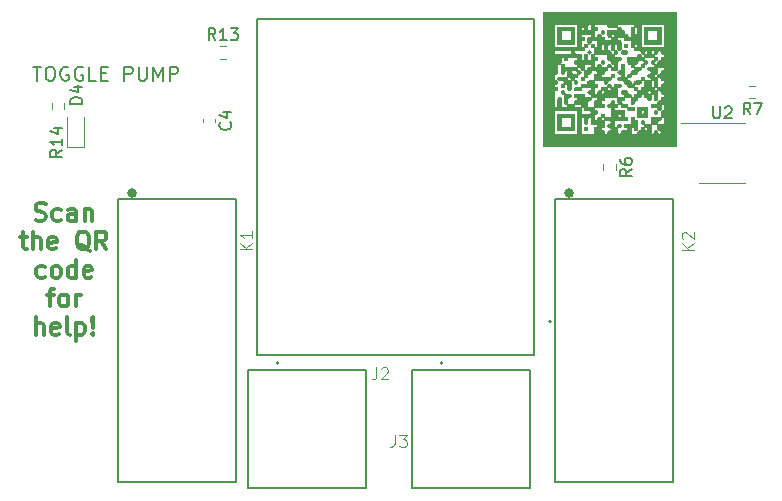
<source format=gto>
%TF.GenerationSoftware,KiCad,Pcbnew,(6.0.8)*%
%TF.CreationDate,2023-02-20T09:44:42-06:00*%
%TF.ProjectId,PumpTimerV2,50756d70-5469-46d6-9572-56322e6b6963,rev?*%
%TF.SameCoordinates,Original*%
%TF.FileFunction,Legend,Top*%
%TF.FilePolarity,Positive*%
%FSLAX46Y46*%
G04 Gerber Fmt 4.6, Leading zero omitted, Abs format (unit mm)*
G04 Created by KiCad (PCBNEW (6.0.8)) date 2023-02-20 09:44:42*
%MOMM*%
%LPD*%
G01*
G04 APERTURE LIST*
%ADD10C,0.300000*%
%ADD11C,0.150000*%
%ADD12C,0.015000*%
%ADD13C,0.010000*%
%ADD14C,0.127000*%
%ADD15C,0.400000*%
%ADD16C,0.200000*%
%ADD17C,0.120000*%
G04 APERTURE END LIST*
D10*
X42016428Y-86777942D02*
X42230714Y-86849371D01*
X42587857Y-86849371D01*
X42730714Y-86777942D01*
X42802142Y-86706514D01*
X42873571Y-86563657D01*
X42873571Y-86420800D01*
X42802142Y-86277942D01*
X42730714Y-86206514D01*
X42587857Y-86135085D01*
X42302142Y-86063657D01*
X42159285Y-85992228D01*
X42087857Y-85920800D01*
X42016428Y-85777942D01*
X42016428Y-85635085D01*
X42087857Y-85492228D01*
X42159285Y-85420800D01*
X42302142Y-85349371D01*
X42659285Y-85349371D01*
X42873571Y-85420800D01*
X44159285Y-86777942D02*
X44016428Y-86849371D01*
X43730714Y-86849371D01*
X43587857Y-86777942D01*
X43516428Y-86706514D01*
X43445000Y-86563657D01*
X43445000Y-86135085D01*
X43516428Y-85992228D01*
X43587857Y-85920800D01*
X43730714Y-85849371D01*
X44016428Y-85849371D01*
X44159285Y-85920800D01*
X45445000Y-86849371D02*
X45445000Y-86063657D01*
X45373571Y-85920800D01*
X45230714Y-85849371D01*
X44945000Y-85849371D01*
X44802142Y-85920800D01*
X45445000Y-86777942D02*
X45302142Y-86849371D01*
X44945000Y-86849371D01*
X44802142Y-86777942D01*
X44730714Y-86635085D01*
X44730714Y-86492228D01*
X44802142Y-86349371D01*
X44945000Y-86277942D01*
X45302142Y-86277942D01*
X45445000Y-86206514D01*
X46159285Y-85849371D02*
X46159285Y-86849371D01*
X46159285Y-85992228D02*
X46230714Y-85920800D01*
X46373571Y-85849371D01*
X46587857Y-85849371D01*
X46730714Y-85920800D01*
X46802142Y-86063657D01*
X46802142Y-86849371D01*
X40730714Y-88264371D02*
X41302142Y-88264371D01*
X40945000Y-87764371D02*
X40945000Y-89050085D01*
X41016428Y-89192942D01*
X41159285Y-89264371D01*
X41302142Y-89264371D01*
X41802142Y-89264371D02*
X41802142Y-87764371D01*
X42445000Y-89264371D02*
X42445000Y-88478657D01*
X42373571Y-88335800D01*
X42230714Y-88264371D01*
X42016428Y-88264371D01*
X41873571Y-88335800D01*
X41802142Y-88407228D01*
X43730714Y-89192942D02*
X43587857Y-89264371D01*
X43302142Y-89264371D01*
X43159285Y-89192942D01*
X43087857Y-89050085D01*
X43087857Y-88478657D01*
X43159285Y-88335800D01*
X43302142Y-88264371D01*
X43587857Y-88264371D01*
X43730714Y-88335800D01*
X43802142Y-88478657D01*
X43802142Y-88621514D01*
X43087857Y-88764371D01*
X46587857Y-89407228D02*
X46445000Y-89335800D01*
X46302142Y-89192942D01*
X46087857Y-88978657D01*
X45945000Y-88907228D01*
X45802142Y-88907228D01*
X45873571Y-89264371D02*
X45730714Y-89192942D01*
X45587857Y-89050085D01*
X45516428Y-88764371D01*
X45516428Y-88264371D01*
X45587857Y-87978657D01*
X45730714Y-87835800D01*
X45873571Y-87764371D01*
X46159285Y-87764371D01*
X46302142Y-87835800D01*
X46445000Y-87978657D01*
X46516428Y-88264371D01*
X46516428Y-88764371D01*
X46445000Y-89050085D01*
X46302142Y-89192942D01*
X46159285Y-89264371D01*
X45873571Y-89264371D01*
X48016428Y-89264371D02*
X47516428Y-88550085D01*
X47159285Y-89264371D02*
X47159285Y-87764371D01*
X47730714Y-87764371D01*
X47873571Y-87835800D01*
X47945000Y-87907228D01*
X48016428Y-88050085D01*
X48016428Y-88264371D01*
X47945000Y-88407228D01*
X47873571Y-88478657D01*
X47730714Y-88550085D01*
X47159285Y-88550085D01*
X42802142Y-91607942D02*
X42659285Y-91679371D01*
X42373571Y-91679371D01*
X42230714Y-91607942D01*
X42159285Y-91536514D01*
X42087857Y-91393657D01*
X42087857Y-90965085D01*
X42159285Y-90822228D01*
X42230714Y-90750800D01*
X42373571Y-90679371D01*
X42659285Y-90679371D01*
X42802142Y-90750800D01*
X43659285Y-91679371D02*
X43516428Y-91607942D01*
X43445000Y-91536514D01*
X43373571Y-91393657D01*
X43373571Y-90965085D01*
X43445000Y-90822228D01*
X43516428Y-90750800D01*
X43659285Y-90679371D01*
X43873571Y-90679371D01*
X44016428Y-90750800D01*
X44087857Y-90822228D01*
X44159285Y-90965085D01*
X44159285Y-91393657D01*
X44087857Y-91536514D01*
X44016428Y-91607942D01*
X43873571Y-91679371D01*
X43659285Y-91679371D01*
X45445000Y-91679371D02*
X45445000Y-90179371D01*
X45445000Y-91607942D02*
X45302142Y-91679371D01*
X45016428Y-91679371D01*
X44873571Y-91607942D01*
X44802142Y-91536514D01*
X44730714Y-91393657D01*
X44730714Y-90965085D01*
X44802142Y-90822228D01*
X44873571Y-90750800D01*
X45016428Y-90679371D01*
X45302142Y-90679371D01*
X45445000Y-90750800D01*
X46730714Y-91607942D02*
X46587857Y-91679371D01*
X46302142Y-91679371D01*
X46159285Y-91607942D01*
X46087857Y-91465085D01*
X46087857Y-90893657D01*
X46159285Y-90750800D01*
X46302142Y-90679371D01*
X46587857Y-90679371D01*
X46730714Y-90750800D01*
X46802142Y-90893657D01*
X46802142Y-91036514D01*
X46087857Y-91179371D01*
X43016428Y-93094371D02*
X43587857Y-93094371D01*
X43230714Y-94094371D02*
X43230714Y-92808657D01*
X43302142Y-92665800D01*
X43445000Y-92594371D01*
X43587857Y-92594371D01*
X44302142Y-94094371D02*
X44159285Y-94022942D01*
X44087857Y-93951514D01*
X44016428Y-93808657D01*
X44016428Y-93380085D01*
X44087857Y-93237228D01*
X44159285Y-93165800D01*
X44302142Y-93094371D01*
X44516428Y-93094371D01*
X44659285Y-93165800D01*
X44730714Y-93237228D01*
X44802142Y-93380085D01*
X44802142Y-93808657D01*
X44730714Y-93951514D01*
X44659285Y-94022942D01*
X44516428Y-94094371D01*
X44302142Y-94094371D01*
X45445000Y-94094371D02*
X45445000Y-93094371D01*
X45445000Y-93380085D02*
X45516428Y-93237228D01*
X45587857Y-93165800D01*
X45730714Y-93094371D01*
X45873571Y-93094371D01*
X42052142Y-96509371D02*
X42052142Y-95009371D01*
X42695000Y-96509371D02*
X42695000Y-95723657D01*
X42623571Y-95580800D01*
X42480714Y-95509371D01*
X42266428Y-95509371D01*
X42123571Y-95580800D01*
X42052142Y-95652228D01*
X43980714Y-96437942D02*
X43837857Y-96509371D01*
X43552142Y-96509371D01*
X43409285Y-96437942D01*
X43337857Y-96295085D01*
X43337857Y-95723657D01*
X43409285Y-95580800D01*
X43552142Y-95509371D01*
X43837857Y-95509371D01*
X43980714Y-95580800D01*
X44052142Y-95723657D01*
X44052142Y-95866514D01*
X43337857Y-96009371D01*
X44909285Y-96509371D02*
X44766428Y-96437942D01*
X44695000Y-96295085D01*
X44695000Y-95009371D01*
X45480714Y-95509371D02*
X45480714Y-97009371D01*
X45480714Y-95580800D02*
X45623571Y-95509371D01*
X45909285Y-95509371D01*
X46052142Y-95580800D01*
X46123571Y-95652228D01*
X46195000Y-95795085D01*
X46195000Y-96223657D01*
X46123571Y-96366514D01*
X46052142Y-96437942D01*
X45909285Y-96509371D01*
X45623571Y-96509371D01*
X45480714Y-96437942D01*
X46837857Y-96366514D02*
X46909285Y-96437942D01*
X46837857Y-96509371D01*
X46766428Y-96437942D01*
X46837857Y-96366514D01*
X46837857Y-96509371D01*
X46837857Y-95937942D02*
X46766428Y-95080800D01*
X46837857Y-95009371D01*
X46909285Y-95080800D01*
X46837857Y-95937942D01*
X46837857Y-95009371D01*
D11*
X41828571Y-73792857D02*
X42514285Y-73792857D01*
X42171428Y-74992857D02*
X42171428Y-73792857D01*
X43142857Y-73792857D02*
X43371428Y-73792857D01*
X43485714Y-73850000D01*
X43600000Y-73964285D01*
X43657142Y-74192857D01*
X43657142Y-74592857D01*
X43600000Y-74821428D01*
X43485714Y-74935714D01*
X43371428Y-74992857D01*
X43142857Y-74992857D01*
X43028571Y-74935714D01*
X42914285Y-74821428D01*
X42857142Y-74592857D01*
X42857142Y-74192857D01*
X42914285Y-73964285D01*
X43028571Y-73850000D01*
X43142857Y-73792857D01*
X44800000Y-73850000D02*
X44685714Y-73792857D01*
X44514285Y-73792857D01*
X44342857Y-73850000D01*
X44228571Y-73964285D01*
X44171428Y-74078571D01*
X44114285Y-74307142D01*
X44114285Y-74478571D01*
X44171428Y-74707142D01*
X44228571Y-74821428D01*
X44342857Y-74935714D01*
X44514285Y-74992857D01*
X44628571Y-74992857D01*
X44800000Y-74935714D01*
X44857142Y-74878571D01*
X44857142Y-74478571D01*
X44628571Y-74478571D01*
X46000000Y-73850000D02*
X45885714Y-73792857D01*
X45714285Y-73792857D01*
X45542857Y-73850000D01*
X45428571Y-73964285D01*
X45371428Y-74078571D01*
X45314285Y-74307142D01*
X45314285Y-74478571D01*
X45371428Y-74707142D01*
X45428571Y-74821428D01*
X45542857Y-74935714D01*
X45714285Y-74992857D01*
X45828571Y-74992857D01*
X46000000Y-74935714D01*
X46057142Y-74878571D01*
X46057142Y-74478571D01*
X45828571Y-74478571D01*
X47142857Y-74992857D02*
X46571428Y-74992857D01*
X46571428Y-73792857D01*
X47542857Y-74364285D02*
X47942857Y-74364285D01*
X48114285Y-74992857D02*
X47542857Y-74992857D01*
X47542857Y-73792857D01*
X48114285Y-73792857D01*
X49542857Y-74992857D02*
X49542857Y-73792857D01*
X50000000Y-73792857D01*
X50114285Y-73850000D01*
X50171428Y-73907142D01*
X50228571Y-74021428D01*
X50228571Y-74192857D01*
X50171428Y-74307142D01*
X50114285Y-74364285D01*
X50000000Y-74421428D01*
X49542857Y-74421428D01*
X50742857Y-73792857D02*
X50742857Y-74764285D01*
X50800000Y-74878571D01*
X50857142Y-74935714D01*
X50971428Y-74992857D01*
X51200000Y-74992857D01*
X51314285Y-74935714D01*
X51371428Y-74878571D01*
X51428571Y-74764285D01*
X51428571Y-73792857D01*
X52000000Y-74992857D02*
X52000000Y-73792857D01*
X52400000Y-74650000D01*
X52800000Y-73792857D01*
X52800000Y-74992857D01*
X53371428Y-74992857D02*
X53371428Y-73792857D01*
X53828571Y-73792857D01*
X53942857Y-73850000D01*
X54000000Y-73907142D01*
X54057142Y-74021428D01*
X54057142Y-74192857D01*
X54000000Y-74307142D01*
X53942857Y-74364285D01*
X53828571Y-74421428D01*
X53371428Y-74421428D01*
D12*
%TO.C,K2*%
X97729225Y-89329270D02*
X96728209Y-89329270D01*
X97729225Y-88757261D02*
X97157216Y-89186267D01*
X96728209Y-88757261D02*
X97300218Y-89329270D01*
X96823544Y-88375921D02*
X96775877Y-88328254D01*
X96728209Y-88232919D01*
X96728209Y-87994582D01*
X96775877Y-87899247D01*
X96823544Y-87851579D01*
X96918879Y-87803912D01*
X97014214Y-87803912D01*
X97157216Y-87851579D01*
X97729225Y-88423589D01*
X97729225Y-87803912D01*
%TO.C,K1*%
X60366440Y-89275845D02*
X59365424Y-89275845D01*
X60366440Y-88703836D02*
X59794431Y-89132842D01*
X59365424Y-88703836D02*
X59937433Y-89275845D01*
X60366440Y-87750487D02*
X60366440Y-88322496D01*
X60366440Y-88036492D02*
X59365424Y-88036492D01*
X59508426Y-88131826D01*
X59603761Y-88227161D01*
X59651429Y-88322496D01*
%TO.C,J3*%
X72432666Y-104981980D02*
X72432666Y-105696266D01*
X72385047Y-105839123D01*
X72289809Y-105934361D01*
X72146952Y-105981980D01*
X72051714Y-105981980D01*
X72813619Y-104981980D02*
X73432666Y-104981980D01*
X73099333Y-105362933D01*
X73242190Y-105362933D01*
X73337428Y-105410552D01*
X73385047Y-105458171D01*
X73432666Y-105553409D01*
X73432666Y-105791504D01*
X73385047Y-105886742D01*
X73337428Y-105934361D01*
X73242190Y-105981980D01*
X72956476Y-105981980D01*
X72861238Y-105934361D01*
X72813619Y-105886742D01*
%TO.C,J2*%
X70857866Y-99266980D02*
X70857866Y-99981266D01*
X70810247Y-100124123D01*
X70715009Y-100219361D01*
X70572152Y-100266980D01*
X70476914Y-100266980D01*
X71286438Y-99362219D02*
X71334057Y-99314600D01*
X71429295Y-99266980D01*
X71667390Y-99266980D01*
X71762628Y-99314600D01*
X71810247Y-99362219D01*
X71857866Y-99457457D01*
X71857866Y-99552695D01*
X71810247Y-99695552D01*
X71238819Y-100266980D01*
X71857866Y-100266980D01*
D11*
%TO.C,U2*%
X99385295Y-77172580D02*
X99385295Y-77982104D01*
X99432914Y-78077342D01*
X99480533Y-78124961D01*
X99575771Y-78172580D01*
X99766247Y-78172580D01*
X99861485Y-78124961D01*
X99909104Y-78077342D01*
X99956723Y-77982104D01*
X99956723Y-77172580D01*
X100385295Y-77267819D02*
X100432914Y-77220200D01*
X100528152Y-77172580D01*
X100766247Y-77172580D01*
X100861485Y-77220200D01*
X100909104Y-77267819D01*
X100956723Y-77363057D01*
X100956723Y-77458295D01*
X100909104Y-77601152D01*
X100337676Y-78172580D01*
X100956723Y-78172580D01*
%TO.C,R14*%
X44252380Y-80842857D02*
X43776190Y-81176190D01*
X44252380Y-81414285D02*
X43252380Y-81414285D01*
X43252380Y-81033333D01*
X43300000Y-80938095D01*
X43347619Y-80890476D01*
X43442857Y-80842857D01*
X43585714Y-80842857D01*
X43680952Y-80890476D01*
X43728571Y-80938095D01*
X43776190Y-81033333D01*
X43776190Y-81414285D01*
X44252380Y-79890476D02*
X44252380Y-80461904D01*
X44252380Y-80176190D02*
X43252380Y-80176190D01*
X43395238Y-80271428D01*
X43490476Y-80366666D01*
X43538095Y-80461904D01*
X43585714Y-79033333D02*
X44252380Y-79033333D01*
X43204761Y-79271428D02*
X43919047Y-79509523D01*
X43919047Y-78890476D01*
%TO.C,D4*%
X45952380Y-76938095D02*
X44952380Y-76938095D01*
X44952380Y-76700000D01*
X45000000Y-76557142D01*
X45095238Y-76461904D01*
X45190476Y-76414285D01*
X45380952Y-76366666D01*
X45523809Y-76366666D01*
X45714285Y-76414285D01*
X45809523Y-76461904D01*
X45904761Y-76557142D01*
X45952380Y-76700000D01*
X45952380Y-76938095D01*
X45285714Y-75509523D02*
X45952380Y-75509523D01*
X44904761Y-75747619D02*
X45619047Y-75985714D01*
X45619047Y-75366666D01*
%TO.C,R13*%
X57244642Y-71552380D02*
X56911309Y-71076190D01*
X56673214Y-71552380D02*
X56673214Y-70552380D01*
X57054166Y-70552380D01*
X57149404Y-70600000D01*
X57197023Y-70647619D01*
X57244642Y-70742857D01*
X57244642Y-70885714D01*
X57197023Y-70980952D01*
X57149404Y-71028571D01*
X57054166Y-71076190D01*
X56673214Y-71076190D01*
X58197023Y-71552380D02*
X57625595Y-71552380D01*
X57911309Y-71552380D02*
X57911309Y-70552380D01*
X57816071Y-70695238D01*
X57720833Y-70790476D01*
X57625595Y-70838095D01*
X58530357Y-70552380D02*
X59149404Y-70552380D01*
X58816071Y-70933333D01*
X58958928Y-70933333D01*
X59054166Y-70980952D01*
X59101785Y-71028571D01*
X59149404Y-71123809D01*
X59149404Y-71361904D01*
X59101785Y-71457142D01*
X59054166Y-71504761D01*
X58958928Y-71552380D01*
X58673214Y-71552380D01*
X58577976Y-71504761D01*
X58530357Y-71457142D01*
%TO.C,C4*%
X58487142Y-78516666D02*
X58534761Y-78564285D01*
X58582380Y-78707142D01*
X58582380Y-78802380D01*
X58534761Y-78945238D01*
X58439523Y-79040476D01*
X58344285Y-79088095D01*
X58153809Y-79135714D01*
X58010952Y-79135714D01*
X57820476Y-79088095D01*
X57725238Y-79040476D01*
X57630000Y-78945238D01*
X57582380Y-78802380D01*
X57582380Y-78707142D01*
X57630000Y-78564285D01*
X57677619Y-78516666D01*
X57915714Y-77659523D02*
X58582380Y-77659523D01*
X57534761Y-77897619D02*
X58249047Y-78135714D01*
X58249047Y-77516666D01*
%TO.C,R6*%
X92504580Y-82480666D02*
X92028390Y-82814000D01*
X92504580Y-83052095D02*
X91504580Y-83052095D01*
X91504580Y-82671142D01*
X91552200Y-82575904D01*
X91599819Y-82528285D01*
X91695057Y-82480666D01*
X91837914Y-82480666D01*
X91933152Y-82528285D01*
X91980771Y-82575904D01*
X92028390Y-82671142D01*
X92028390Y-83052095D01*
X91504580Y-81623523D02*
X91504580Y-81814000D01*
X91552200Y-81909238D01*
X91599819Y-81956857D01*
X91742676Y-82052095D01*
X91933152Y-82099714D01*
X92314104Y-82099714D01*
X92409342Y-82052095D01*
X92456961Y-82004476D01*
X92504580Y-81909238D01*
X92504580Y-81718761D01*
X92456961Y-81623523D01*
X92409342Y-81575904D01*
X92314104Y-81528285D01*
X92076009Y-81528285D01*
X91980771Y-81575904D01*
X91933152Y-81623523D01*
X91885533Y-81718761D01*
X91885533Y-81909238D01*
X91933152Y-82004476D01*
X91980771Y-82052095D01*
X92076009Y-82099714D01*
%TO.C,R7*%
X102545933Y-77846380D02*
X102212600Y-77370190D01*
X101974504Y-77846380D02*
X101974504Y-76846380D01*
X102355457Y-76846380D01*
X102450695Y-76894000D01*
X102498314Y-76941619D01*
X102545933Y-77036857D01*
X102545933Y-77179714D01*
X102498314Y-77274952D01*
X102450695Y-77322571D01*
X102355457Y-77370190D01*
X101974504Y-77370190D01*
X102879266Y-76846380D02*
X103545933Y-76846380D01*
X103117361Y-77846380D01*
%TO.C,G\u002A\u002A\u002A*%
G36*
X96241244Y-69201956D02*
G01*
X96241244Y-80490844D01*
X84952356Y-80490844D01*
X84952356Y-79474844D01*
X85911911Y-79474844D01*
X87887467Y-79474844D01*
X88169689Y-79474844D01*
X89298578Y-79474844D01*
X89298578Y-79192622D01*
X89303153Y-79025126D01*
X89326501Y-78941566D01*
X89383058Y-78913073D01*
X89439689Y-78910400D01*
X89547103Y-78887087D01*
X89580204Y-78795293D01*
X89580800Y-78769289D01*
X89571650Y-78685541D01*
X89524953Y-78643761D01*
X89411840Y-78629514D01*
X89298578Y-78628178D01*
X89016356Y-78628178D01*
X89016356Y-78345956D01*
X89011780Y-78178459D01*
X88988432Y-78094900D01*
X88931876Y-78066407D01*
X88875244Y-78063733D01*
X88791496Y-78072883D01*
X88749716Y-78119580D01*
X88735470Y-78232693D01*
X88734133Y-78345956D01*
X88729558Y-78513452D01*
X88706210Y-78597011D01*
X88649653Y-78625504D01*
X88593022Y-78628178D01*
X88509274Y-78619028D01*
X88467494Y-78572331D01*
X88453248Y-78459218D01*
X88451911Y-78345956D01*
X88447336Y-78178459D01*
X88423988Y-78094900D01*
X88367431Y-78066407D01*
X88310800Y-78063733D01*
X88169689Y-78063733D01*
X88169689Y-79474844D01*
X87887467Y-79474844D01*
X87887467Y-77499289D01*
X85911911Y-77499289D01*
X85911911Y-79474844D01*
X84952356Y-79474844D01*
X84952356Y-74677067D01*
X85911911Y-74677067D01*
X85916486Y-74844563D01*
X85939835Y-74928122D01*
X85996391Y-74956615D01*
X86053022Y-74959289D01*
X86160437Y-74982602D01*
X86193537Y-75074395D01*
X86194133Y-75100400D01*
X86170820Y-75207814D01*
X86079027Y-75240915D01*
X86053022Y-75241511D01*
X85945608Y-75264824D01*
X85912507Y-75356618D01*
X85911911Y-75382622D01*
X85935224Y-75490037D01*
X86027018Y-75523137D01*
X86053022Y-75523733D01*
X86160437Y-75547046D01*
X86193537Y-75638840D01*
X86194133Y-75664844D01*
X86170820Y-75772259D01*
X86079027Y-75805360D01*
X86053022Y-75805956D01*
X85911911Y-75805956D01*
X85911911Y-77217067D01*
X86053022Y-77217067D01*
X86124797Y-77211791D01*
X86166870Y-77180111D01*
X86187167Y-77098248D01*
X86193615Y-76942422D01*
X86194133Y-76793733D01*
X86195892Y-76578408D01*
X86206452Y-76452190D01*
X86233740Y-76391299D01*
X86285681Y-76371956D01*
X86335244Y-76370400D01*
X86407019Y-76375676D01*
X86449092Y-76407356D01*
X86469389Y-76489219D01*
X86475837Y-76645044D01*
X86476356Y-76793733D01*
X86476356Y-77217067D01*
X86758578Y-77217067D01*
X86926074Y-77212492D01*
X87009634Y-77189143D01*
X87038126Y-77132587D01*
X87040800Y-77075956D01*
X87049950Y-76992207D01*
X87096647Y-76950428D01*
X87209760Y-76936181D01*
X87323022Y-76934844D01*
X87490518Y-76939419D01*
X87574078Y-76962768D01*
X87602571Y-77019324D01*
X87605244Y-77075956D01*
X87614395Y-77159704D01*
X87661091Y-77201483D01*
X87774204Y-77215730D01*
X87887467Y-77217067D01*
X88169689Y-77217067D01*
X88169689Y-77781511D01*
X88593022Y-77781511D01*
X88808347Y-77779752D01*
X88934566Y-77769192D01*
X88995457Y-77741905D01*
X89014799Y-77689963D01*
X89016356Y-77640400D01*
X89007205Y-77556652D01*
X88960508Y-77514872D01*
X88847396Y-77500626D01*
X88734133Y-77499289D01*
X88566637Y-77494714D01*
X88483077Y-77471365D01*
X88454585Y-77414809D01*
X88451911Y-77358178D01*
X88428598Y-77250763D01*
X88336805Y-77217663D01*
X88310800Y-77217067D01*
X88203385Y-77193754D01*
X88170285Y-77101960D01*
X88169689Y-77075956D01*
X88160539Y-76992207D01*
X88113842Y-76950428D01*
X88000729Y-76936181D01*
X87887467Y-76934844D01*
X87719971Y-76930269D01*
X87636411Y-76906921D01*
X87607918Y-76850364D01*
X87605244Y-76793733D01*
X87628557Y-76686319D01*
X87720351Y-76653218D01*
X87746356Y-76652622D01*
X87853770Y-76629309D01*
X87886871Y-76537516D01*
X87887467Y-76511511D01*
X87864154Y-76404097D01*
X87772360Y-76370996D01*
X87746356Y-76370400D01*
X87638941Y-76347087D01*
X87605840Y-76255293D01*
X87605244Y-76229289D01*
X87610520Y-76157514D01*
X87642200Y-76115441D01*
X87724063Y-76095144D01*
X87879889Y-76088696D01*
X88028578Y-76088178D01*
X88243903Y-76089936D01*
X88370121Y-76100496D01*
X88431012Y-76127784D01*
X88450355Y-76179726D01*
X88451911Y-76229289D01*
X88461061Y-76313037D01*
X88507758Y-76354817D01*
X88620871Y-76369063D01*
X88734133Y-76370400D01*
X88901629Y-76374975D01*
X88985189Y-76398323D01*
X89013682Y-76454880D01*
X89016356Y-76511511D01*
X88993043Y-76618926D01*
X88901249Y-76652026D01*
X88875244Y-76652622D01*
X88791496Y-76661772D01*
X88749716Y-76708469D01*
X88735470Y-76821582D01*
X88734133Y-76934844D01*
X88734133Y-77217067D01*
X89016356Y-77217067D01*
X89183852Y-77221642D01*
X89267411Y-77244990D01*
X89295904Y-77301547D01*
X89298578Y-77358178D01*
X89321891Y-77465592D01*
X89413684Y-77498693D01*
X89439689Y-77499289D01*
X89547103Y-77522602D01*
X89580204Y-77614395D01*
X89580800Y-77640400D01*
X89557487Y-77747814D01*
X89465693Y-77780915D01*
X89439689Y-77781511D01*
X89355941Y-77790661D01*
X89314161Y-77837358D01*
X89299914Y-77950471D01*
X89298578Y-78063733D01*
X89303153Y-78231229D01*
X89326501Y-78314789D01*
X89383058Y-78343282D01*
X89439689Y-78345956D01*
X89547103Y-78322643D01*
X89580204Y-78230849D01*
X89580800Y-78204844D01*
X89604113Y-78097430D01*
X89695906Y-78064329D01*
X89721911Y-78063733D01*
X89829326Y-78087046D01*
X89862426Y-78178840D01*
X89863022Y-78204844D01*
X89886335Y-78312259D01*
X89978129Y-78345360D01*
X90004133Y-78345956D01*
X90087881Y-78355106D01*
X90129661Y-78401803D01*
X90143908Y-78514915D01*
X90145244Y-78628178D01*
X90140669Y-78795674D01*
X90117321Y-78879234D01*
X90060764Y-78907726D01*
X90004133Y-78910400D01*
X89896719Y-78933713D01*
X89863618Y-79025506D01*
X89863022Y-79051511D01*
X89886335Y-79158926D01*
X89978129Y-79192026D01*
X90004133Y-79192622D01*
X90111548Y-79215935D01*
X90144648Y-79307729D01*
X90145244Y-79333733D01*
X90168557Y-79441148D01*
X90260351Y-79474248D01*
X90286356Y-79474844D01*
X90393770Y-79451531D01*
X90426871Y-79359738D01*
X90427467Y-79333733D01*
X90450780Y-79226319D01*
X90542573Y-79193218D01*
X90568578Y-79192622D01*
X90675992Y-79169309D01*
X90709093Y-79077516D01*
X90709689Y-79051511D01*
X90686376Y-78944097D01*
X90594582Y-78910996D01*
X90568578Y-78910400D01*
X90461163Y-78887087D01*
X90428063Y-78795293D01*
X90427467Y-78769289D01*
X90450780Y-78661874D01*
X90542573Y-78628774D01*
X90568578Y-78628178D01*
X90675992Y-78604865D01*
X90709093Y-78513071D01*
X90709689Y-78487067D01*
X90700539Y-78403319D01*
X90653842Y-78361539D01*
X90540729Y-78347292D01*
X90427467Y-78345956D01*
X90259971Y-78341380D01*
X90176411Y-78318032D01*
X90147918Y-78261476D01*
X90145244Y-78204844D01*
X90154395Y-78121096D01*
X90201091Y-78079316D01*
X90314204Y-78065070D01*
X90427467Y-78063733D01*
X90709689Y-78063733D01*
X90709689Y-77922622D01*
X91274133Y-77922622D01*
X91297446Y-78030037D01*
X91389240Y-78063137D01*
X91415244Y-78063733D01*
X91522659Y-78040420D01*
X91555760Y-77948627D01*
X91556356Y-77922622D01*
X91533043Y-77815208D01*
X91441249Y-77782107D01*
X91415244Y-77781511D01*
X91307830Y-77804824D01*
X91274729Y-77896618D01*
X91274133Y-77922622D01*
X90709689Y-77922622D01*
X90709689Y-77640400D01*
X90707930Y-77425075D01*
X90697370Y-77298856D01*
X90670082Y-77237965D01*
X90618141Y-77218623D01*
X90568578Y-77217067D01*
X90461163Y-77193754D01*
X90428063Y-77101960D01*
X90427467Y-77075956D01*
X90450780Y-76968541D01*
X90542573Y-76935440D01*
X90568578Y-76934844D01*
X90675992Y-76911531D01*
X90709093Y-76819738D01*
X90709689Y-76793733D01*
X90733002Y-76686319D01*
X90824795Y-76653218D01*
X90850800Y-76652622D01*
X90958214Y-76675935D01*
X90991315Y-76767729D01*
X90991911Y-76793733D01*
X91015224Y-76901148D01*
X91107018Y-76934248D01*
X91133022Y-76934844D01*
X91240437Y-76958157D01*
X91273537Y-77049951D01*
X91274133Y-77075956D01*
X91250820Y-77183370D01*
X91159027Y-77216471D01*
X91133022Y-77217067D01*
X91025608Y-77240380D01*
X90992507Y-77332173D01*
X90991911Y-77358178D01*
X90997187Y-77429953D01*
X91028867Y-77472026D01*
X91110730Y-77492323D01*
X91266555Y-77498770D01*
X91415244Y-77499289D01*
X91838578Y-77499289D01*
X91838578Y-77781511D01*
X91843153Y-77949007D01*
X91866501Y-78032567D01*
X91923058Y-78061060D01*
X91979689Y-78063733D01*
X92087103Y-78087046D01*
X92120204Y-78178840D01*
X92120800Y-78204844D01*
X92120800Y-78345956D01*
X90991911Y-78345956D01*
X90991911Y-78628178D01*
X90996486Y-78795674D01*
X91019835Y-78879234D01*
X91076391Y-78907726D01*
X91133022Y-78910400D01*
X91216770Y-78919550D01*
X91258550Y-78966247D01*
X91272797Y-79079360D01*
X91274133Y-79192622D01*
X91278708Y-79360118D01*
X91302057Y-79443678D01*
X91358613Y-79472171D01*
X91415244Y-79474844D01*
X91522659Y-79451531D01*
X91555760Y-79359738D01*
X91556356Y-79333733D01*
X91565506Y-79249985D01*
X91612203Y-79208205D01*
X91725315Y-79193959D01*
X91838578Y-79192622D01*
X92006074Y-79188047D01*
X92089634Y-79164699D01*
X92118126Y-79108142D01*
X92120800Y-79051511D01*
X92097487Y-78944097D01*
X92005693Y-78910996D01*
X91979689Y-78910400D01*
X91872274Y-78887087D01*
X91839174Y-78795293D01*
X91838578Y-78769289D01*
X91847728Y-78685541D01*
X91894425Y-78643761D01*
X92007538Y-78629514D01*
X92120800Y-78628178D01*
X92403022Y-78628178D01*
X92403022Y-78345956D01*
X92407597Y-78178459D01*
X92430946Y-78094900D01*
X92487502Y-78066407D01*
X92544133Y-78063733D01*
X92651548Y-78087046D01*
X92684648Y-78178840D01*
X92685244Y-78204844D01*
X92708557Y-78312259D01*
X92800351Y-78345360D01*
X92826356Y-78345956D01*
X92898131Y-78351231D01*
X92940203Y-78382911D01*
X92960500Y-78464775D01*
X92966948Y-78620600D01*
X92967467Y-78769289D01*
X92965708Y-78984614D01*
X92955148Y-79110832D01*
X92927860Y-79171723D01*
X92875918Y-79191066D01*
X92826356Y-79192622D01*
X92718941Y-79169309D01*
X92685840Y-79077516D01*
X92685244Y-79051511D01*
X92661931Y-78944097D01*
X92570138Y-78910996D01*
X92544133Y-78910400D01*
X92460385Y-78919550D01*
X92418605Y-78966247D01*
X92404359Y-79079360D01*
X92403022Y-79192622D01*
X92403022Y-79474844D01*
X92685244Y-79474844D01*
X92852740Y-79470269D01*
X92936300Y-79446921D01*
X92964793Y-79390364D01*
X92967467Y-79333733D01*
X92990780Y-79226319D01*
X93082573Y-79193218D01*
X93108578Y-79192622D01*
X93215992Y-79169309D01*
X93249093Y-79077516D01*
X93249689Y-79051511D01*
X93273002Y-78944097D01*
X93364795Y-78910996D01*
X93390800Y-78910400D01*
X93498214Y-78933713D01*
X93531315Y-79025506D01*
X93531911Y-79051511D01*
X93555224Y-79158926D01*
X93647018Y-79192026D01*
X93673022Y-79192622D01*
X93780437Y-79169309D01*
X93813537Y-79077516D01*
X93814133Y-79051511D01*
X93790820Y-78944097D01*
X93699027Y-78910996D01*
X93673022Y-78910400D01*
X93565608Y-78887087D01*
X93532507Y-78795293D01*
X93531911Y-78769289D01*
X93541061Y-78685541D01*
X93587758Y-78643761D01*
X93700871Y-78629514D01*
X93814133Y-78628178D01*
X94096356Y-78628178D01*
X94096356Y-79051511D01*
X94098114Y-79266836D01*
X94108674Y-79393055D01*
X94135962Y-79453946D01*
X94187904Y-79473288D01*
X94237467Y-79474844D01*
X94344881Y-79451531D01*
X94377982Y-79359738D01*
X94378578Y-79333733D01*
X94401891Y-79226319D01*
X94493684Y-79193218D01*
X94519689Y-79192622D01*
X94627103Y-79215935D01*
X94660204Y-79307729D01*
X94660800Y-79333733D01*
X94684113Y-79441148D01*
X94775906Y-79474248D01*
X94801911Y-79474844D01*
X94909326Y-79451531D01*
X94942426Y-79359738D01*
X94943022Y-79333733D01*
X94919709Y-79226319D01*
X94827916Y-79193218D01*
X94801911Y-79192622D01*
X94718163Y-79183472D01*
X94676383Y-79136775D01*
X94662137Y-79023662D01*
X94660800Y-78910400D01*
X94660800Y-78628178D01*
X95225244Y-78628178D01*
X95225244Y-78345956D01*
X95220669Y-78178459D01*
X95197321Y-78094900D01*
X95140764Y-78066407D01*
X95084133Y-78063733D01*
X95000385Y-78054583D01*
X94958605Y-78007886D01*
X94944359Y-77894773D01*
X94943022Y-77781511D01*
X94947597Y-77614015D01*
X94970946Y-77530455D01*
X95027502Y-77501962D01*
X95084133Y-77499289D01*
X95167881Y-77490139D01*
X95209661Y-77443442D01*
X95223908Y-77330329D01*
X95225244Y-77217067D01*
X95220669Y-77049571D01*
X95197321Y-76966011D01*
X95140764Y-76937518D01*
X95084133Y-76934844D01*
X95000385Y-76943995D01*
X94958605Y-76990691D01*
X94944359Y-77103804D01*
X94943022Y-77217067D01*
X94938447Y-77384563D01*
X94915099Y-77468122D01*
X94858542Y-77496615D01*
X94801911Y-77499289D01*
X94694497Y-77475976D01*
X94661396Y-77384182D01*
X94660800Y-77358178D01*
X94651650Y-77274430D01*
X94604953Y-77232650D01*
X94491840Y-77218403D01*
X94378578Y-77217067D01*
X94211082Y-77212492D01*
X94127522Y-77189143D01*
X94099029Y-77132587D01*
X94096356Y-77075956D01*
X94105506Y-76992207D01*
X94152203Y-76950428D01*
X94265315Y-76936181D01*
X94378578Y-76934844D01*
X94546074Y-76930269D01*
X94629634Y-76906921D01*
X94658126Y-76850364D01*
X94660800Y-76793733D01*
X94684113Y-76686319D01*
X94775906Y-76653218D01*
X94801911Y-76652622D01*
X94909326Y-76629309D01*
X94942426Y-76537516D01*
X94943022Y-76511511D01*
X94966335Y-76404097D01*
X95058129Y-76370996D01*
X95084133Y-76370400D01*
X95191548Y-76347087D01*
X95224648Y-76255293D01*
X95225244Y-76229289D01*
X95201931Y-76121874D01*
X95110138Y-76088774D01*
X95084133Y-76088178D01*
X94976719Y-76064865D01*
X94943618Y-75973071D01*
X94943022Y-75947067D01*
X94919709Y-75839652D01*
X94827916Y-75806551D01*
X94801911Y-75805956D01*
X94694497Y-75782643D01*
X94661396Y-75690849D01*
X94660800Y-75664844D01*
X94684113Y-75557430D01*
X94775906Y-75524329D01*
X94801911Y-75523733D01*
X94909326Y-75500420D01*
X94942426Y-75408627D01*
X94943022Y-75382622D01*
X94966335Y-75275208D01*
X95058129Y-75242107D01*
X95084133Y-75241511D01*
X95191548Y-75218198D01*
X95224648Y-75126405D01*
X95225244Y-75100400D01*
X95201931Y-74992985D01*
X95110138Y-74959885D01*
X95084133Y-74959289D01*
X94976719Y-74935976D01*
X94943618Y-74844182D01*
X94943022Y-74818178D01*
X94919709Y-74710763D01*
X94827916Y-74677663D01*
X94801911Y-74677067D01*
X94694497Y-74653754D01*
X94661396Y-74561960D01*
X94660800Y-74535956D01*
X94684113Y-74428541D01*
X94775906Y-74395440D01*
X94801911Y-74394844D01*
X94909326Y-74371531D01*
X94942426Y-74279738D01*
X94943022Y-74253733D01*
X94966335Y-74146319D01*
X95058129Y-74113218D01*
X95084133Y-74112622D01*
X95191548Y-74089309D01*
X95224648Y-73997516D01*
X95225244Y-73971511D01*
X95216094Y-73887763D01*
X95169397Y-73845983D01*
X95056285Y-73831737D01*
X94943022Y-73830400D01*
X94660800Y-73830400D01*
X94660800Y-74112622D01*
X94656225Y-74280118D01*
X94632876Y-74363678D01*
X94576320Y-74392171D01*
X94519689Y-74394844D01*
X94412274Y-74418157D01*
X94379174Y-74509951D01*
X94378578Y-74535956D01*
X94401891Y-74643370D01*
X94493684Y-74676471D01*
X94519689Y-74677067D01*
X94591464Y-74682342D01*
X94633537Y-74714022D01*
X94653834Y-74795886D01*
X94660281Y-74951711D01*
X94660800Y-75100400D01*
X94659041Y-75315725D01*
X94648481Y-75441944D01*
X94621194Y-75502835D01*
X94569252Y-75522177D01*
X94519689Y-75523733D01*
X94435941Y-75514583D01*
X94394161Y-75467886D01*
X94379914Y-75354773D01*
X94378578Y-75241511D01*
X94374003Y-75074015D01*
X94350654Y-74990455D01*
X94294098Y-74961962D01*
X94237467Y-74959289D01*
X94130052Y-74935976D01*
X94096951Y-74844182D01*
X94096356Y-74818178D01*
X94073043Y-74710763D01*
X93981249Y-74677663D01*
X93955244Y-74677067D01*
X93847830Y-74653754D01*
X93814729Y-74561960D01*
X93814133Y-74535956D01*
X93837446Y-74428541D01*
X93929240Y-74395440D01*
X93955244Y-74394844D01*
X94062659Y-74371531D01*
X94095760Y-74279738D01*
X94096356Y-74253733D01*
X94073043Y-74146319D01*
X93981249Y-74113218D01*
X93955244Y-74112622D01*
X93847830Y-74089309D01*
X93814729Y-73997516D01*
X93814133Y-73971511D01*
X93823283Y-73887763D01*
X93869980Y-73845983D01*
X93983093Y-73831737D01*
X94096356Y-73830400D01*
X94263852Y-73825825D01*
X94347411Y-73802476D01*
X94375904Y-73745920D01*
X94378578Y-73689289D01*
X94401891Y-73581874D01*
X94493684Y-73548774D01*
X94519689Y-73548178D01*
X94627103Y-73524865D01*
X94660204Y-73433071D01*
X94660800Y-73407067D01*
X94684113Y-73299652D01*
X94775906Y-73266551D01*
X94801911Y-73265956D01*
X94909326Y-73242643D01*
X94942426Y-73150849D01*
X94943022Y-73124844D01*
X94966335Y-73017430D01*
X95058129Y-72984329D01*
X95084133Y-72983733D01*
X95191548Y-72960420D01*
X95224648Y-72868627D01*
X95225244Y-72842622D01*
X95201931Y-72735208D01*
X95110138Y-72702107D01*
X95084133Y-72701511D01*
X94976719Y-72678198D01*
X94943618Y-72586405D01*
X94943022Y-72560400D01*
X94919709Y-72452985D01*
X94827916Y-72419885D01*
X94801911Y-72419289D01*
X94694497Y-72442602D01*
X94661396Y-72534395D01*
X94660800Y-72560400D01*
X94637487Y-72667814D01*
X94545693Y-72700915D01*
X94519689Y-72701511D01*
X94412274Y-72678198D01*
X94379174Y-72586405D01*
X94378578Y-72560400D01*
X94355265Y-72452985D01*
X94263471Y-72419885D01*
X94237467Y-72419289D01*
X94130052Y-72442602D01*
X94096951Y-72534395D01*
X94096356Y-72560400D01*
X94119668Y-72667814D01*
X94211462Y-72700915D01*
X94237467Y-72701511D01*
X94344881Y-72724824D01*
X94377982Y-72816618D01*
X94378578Y-72842622D01*
X94373302Y-72914397D01*
X94341622Y-72956470D01*
X94259759Y-72976767D01*
X94103933Y-72983215D01*
X93955244Y-72983733D01*
X93739919Y-72981975D01*
X93613701Y-72971415D01*
X93552810Y-72944127D01*
X93533467Y-72892185D01*
X93531911Y-72842622D01*
X93555224Y-72735208D01*
X93647018Y-72702107D01*
X93673022Y-72701511D01*
X93780437Y-72678198D01*
X93813537Y-72586405D01*
X93814133Y-72560400D01*
X93790820Y-72452985D01*
X93699027Y-72419885D01*
X93673022Y-72419289D01*
X93565608Y-72442602D01*
X93532507Y-72534395D01*
X93531911Y-72560400D01*
X93508598Y-72667814D01*
X93416805Y-72700915D01*
X93390800Y-72701511D01*
X93283385Y-72678198D01*
X93250285Y-72586405D01*
X93249689Y-72560400D01*
X93240539Y-72476652D01*
X93193842Y-72434872D01*
X93080729Y-72420626D01*
X92967467Y-72419289D01*
X92799971Y-72414714D01*
X92716411Y-72391365D01*
X92687918Y-72334809D01*
X92685244Y-72278178D01*
X92708557Y-72170763D01*
X92800351Y-72137663D01*
X92826356Y-72137067D01*
X93249689Y-72137067D01*
X95225244Y-72137067D01*
X95225244Y-70161511D01*
X93249689Y-70161511D01*
X93249689Y-72137067D01*
X92826356Y-72137067D01*
X92933770Y-72113754D01*
X92966871Y-72021960D01*
X92967467Y-71995956D01*
X92944154Y-71888541D01*
X92852360Y-71855440D01*
X92826356Y-71854844D01*
X92718941Y-71878157D01*
X92685840Y-71969951D01*
X92685244Y-71995956D01*
X92661931Y-72103370D01*
X92570138Y-72136471D01*
X92544133Y-72137067D01*
X92460385Y-72127916D01*
X92418605Y-72081220D01*
X92404359Y-71968107D01*
X92403022Y-71854844D01*
X92403022Y-71572622D01*
X92120800Y-71572622D01*
X91953304Y-71568047D01*
X91869744Y-71544699D01*
X91841251Y-71488142D01*
X91838578Y-71431511D01*
X91829428Y-71347763D01*
X91782731Y-71305983D01*
X91669618Y-71291737D01*
X91556356Y-71290400D01*
X91388859Y-71294975D01*
X91305300Y-71318323D01*
X91276807Y-71374880D01*
X91274133Y-71431511D01*
X91297446Y-71538926D01*
X91389240Y-71572026D01*
X91415244Y-71572622D01*
X91487019Y-71577898D01*
X91529092Y-71609578D01*
X91549389Y-71691441D01*
X91555837Y-71847267D01*
X91556356Y-71995956D01*
X91554597Y-72211281D01*
X91544037Y-72337499D01*
X91516749Y-72398390D01*
X91464807Y-72417733D01*
X91415244Y-72419289D01*
X91331496Y-72410139D01*
X91289716Y-72363442D01*
X91275470Y-72250329D01*
X91274133Y-72137067D01*
X91269558Y-71969571D01*
X91246210Y-71886011D01*
X91189653Y-71857518D01*
X91133022Y-71854844D01*
X91049274Y-71863995D01*
X91007494Y-71910691D01*
X90993248Y-72023804D01*
X90991911Y-72137067D01*
X90987336Y-72304563D01*
X90963988Y-72388122D01*
X90907431Y-72416615D01*
X90850800Y-72419289D01*
X90767052Y-72410139D01*
X90725272Y-72363442D01*
X90711026Y-72250329D01*
X90709689Y-72137067D01*
X90705114Y-71969571D01*
X90681765Y-71886011D01*
X90625209Y-71857518D01*
X90568578Y-71854844D01*
X90484830Y-71863995D01*
X90443050Y-71910691D01*
X90428803Y-72023804D01*
X90427467Y-72137067D01*
X90432042Y-72304563D01*
X90455390Y-72388122D01*
X90511947Y-72416615D01*
X90568578Y-72419289D01*
X90675992Y-72442602D01*
X90709093Y-72534395D01*
X90709689Y-72560400D01*
X90733002Y-72667814D01*
X90824795Y-72700915D01*
X90850800Y-72701511D01*
X90958214Y-72724824D01*
X90991315Y-72816618D01*
X90991911Y-72842622D01*
X91001061Y-72926370D01*
X91047758Y-72968150D01*
X91160871Y-72982397D01*
X91274133Y-72983733D01*
X91441629Y-72988308D01*
X91525189Y-73011657D01*
X91553682Y-73068213D01*
X91556356Y-73124844D01*
X91533043Y-73232259D01*
X91441249Y-73265360D01*
X91415244Y-73265956D01*
X91343469Y-73271231D01*
X91301397Y-73302911D01*
X91281100Y-73384775D01*
X91274652Y-73540600D01*
X91274133Y-73689289D01*
X91274133Y-74112622D01*
X90991911Y-74112622D01*
X90824415Y-74108047D01*
X90740855Y-74084699D01*
X90712362Y-74028142D01*
X90709689Y-73971511D01*
X90733002Y-73864097D01*
X90824795Y-73830996D01*
X90850800Y-73830400D01*
X90958214Y-73807087D01*
X90991315Y-73715293D01*
X90991911Y-73689289D01*
X90968598Y-73581874D01*
X90876805Y-73548774D01*
X90850800Y-73548178D01*
X90743385Y-73524865D01*
X90710285Y-73433071D01*
X90709689Y-73407067D01*
X90686376Y-73299652D01*
X90594582Y-73266551D01*
X90568578Y-73265956D01*
X90484830Y-73256805D01*
X90443050Y-73210108D01*
X90428803Y-73096996D01*
X90427467Y-72983733D01*
X90427467Y-72701511D01*
X89298578Y-72701511D01*
X89298578Y-72419289D01*
X89303153Y-72251793D01*
X89326501Y-72168233D01*
X89383058Y-72139740D01*
X89439689Y-72137067D01*
X89863022Y-72137067D01*
X89867597Y-72304563D01*
X89890946Y-72388122D01*
X89947502Y-72416615D01*
X90004133Y-72419289D01*
X90087881Y-72410139D01*
X90129661Y-72363442D01*
X90143908Y-72250329D01*
X90145244Y-72137067D01*
X90140669Y-71969571D01*
X90117321Y-71886011D01*
X90060764Y-71857518D01*
X90004133Y-71854844D01*
X89920385Y-71863995D01*
X89878605Y-71910691D01*
X89864359Y-72023804D01*
X89863022Y-72137067D01*
X89439689Y-72137067D01*
X89523437Y-72127916D01*
X89565217Y-72081220D01*
X89579463Y-71968107D01*
X89580800Y-71854844D01*
X89580800Y-71572622D01*
X89298578Y-71572622D01*
X89131082Y-71577197D01*
X89047522Y-71600546D01*
X89019029Y-71657102D01*
X89016356Y-71713733D01*
X88993043Y-71821148D01*
X88901249Y-71854248D01*
X88875244Y-71854844D01*
X88791496Y-71845694D01*
X88749716Y-71798997D01*
X88735470Y-71685885D01*
X88734133Y-71572622D01*
X88738708Y-71405126D01*
X88762057Y-71321566D01*
X88818613Y-71293073D01*
X88875244Y-71290400D01*
X88982659Y-71267087D01*
X89015760Y-71175293D01*
X89016356Y-71149289D01*
X89011080Y-71077514D01*
X88979400Y-71035441D01*
X88897536Y-71015144D01*
X88741711Y-71008696D01*
X88593022Y-71008178D01*
X89298578Y-71008178D01*
X89303153Y-71175674D01*
X89326501Y-71259234D01*
X89383058Y-71287726D01*
X89439689Y-71290400D01*
X89547103Y-71267087D01*
X89580204Y-71175293D01*
X89580800Y-71149289D01*
X89604113Y-71041874D01*
X89695906Y-71008774D01*
X89721911Y-71008178D01*
X89829326Y-71031491D01*
X89862426Y-71123284D01*
X89863022Y-71149289D01*
X89886335Y-71256703D01*
X89978129Y-71289804D01*
X90004133Y-71290400D01*
X90111548Y-71313713D01*
X90144648Y-71405506D01*
X90145244Y-71431511D01*
X90154395Y-71515259D01*
X90201091Y-71557039D01*
X90314204Y-71571285D01*
X90427467Y-71572622D01*
X90594963Y-71568047D01*
X90678522Y-71544699D01*
X90707015Y-71488142D01*
X90709689Y-71431511D01*
X90733002Y-71324097D01*
X90824795Y-71290996D01*
X90850800Y-71290400D01*
X90958214Y-71267087D01*
X90991315Y-71175293D01*
X90991911Y-71149289D01*
X90968598Y-71041874D01*
X90876805Y-71008774D01*
X90850800Y-71008178D01*
X90743385Y-71031491D01*
X90710285Y-71123284D01*
X90709689Y-71149289D01*
X90686376Y-71256703D01*
X90594582Y-71289804D01*
X90568578Y-71290400D01*
X90484830Y-71281250D01*
X90443050Y-71234553D01*
X90428803Y-71121440D01*
X90427467Y-71008178D01*
X90427467Y-70725956D01*
X90850800Y-70725956D01*
X91066125Y-70724197D01*
X91192344Y-70713637D01*
X91253235Y-70686349D01*
X91272577Y-70634407D01*
X91274133Y-70584844D01*
X91297446Y-70477430D01*
X91389240Y-70444329D01*
X91415244Y-70443733D01*
X91522659Y-70467046D01*
X91555760Y-70558840D01*
X91556356Y-70584844D01*
X91579668Y-70692259D01*
X91671462Y-70725360D01*
X91697467Y-70725956D01*
X91804881Y-70749268D01*
X91837982Y-70841062D01*
X91838578Y-70867067D01*
X91861891Y-70974481D01*
X91953684Y-71007582D01*
X91979689Y-71008178D01*
X92087103Y-71031491D01*
X92120204Y-71123284D01*
X92120800Y-71149289D01*
X92144113Y-71256703D01*
X92235906Y-71289804D01*
X92261911Y-71290400D01*
X92333686Y-71285124D01*
X92375759Y-71253444D01*
X92396056Y-71171581D01*
X92402503Y-71015756D01*
X92403022Y-70867067D01*
X92404781Y-70651742D01*
X92415341Y-70525523D01*
X92442629Y-70464632D01*
X92494570Y-70445289D01*
X92544133Y-70443733D01*
X92627881Y-70452883D01*
X92669661Y-70499580D01*
X92683908Y-70612693D01*
X92685244Y-70725956D01*
X92689819Y-70893452D01*
X92713168Y-70977011D01*
X92769724Y-71005504D01*
X92826356Y-71008178D01*
X92910104Y-70999028D01*
X92951883Y-70952331D01*
X92966130Y-70839218D01*
X92967467Y-70725956D01*
X92962892Y-70558459D01*
X92939543Y-70474900D01*
X92882987Y-70446407D01*
X92826356Y-70443733D01*
X92718941Y-70420420D01*
X92685840Y-70328627D01*
X92685244Y-70302622D01*
X92685244Y-70161511D01*
X91274133Y-70161511D01*
X91274133Y-70302622D01*
X91268857Y-70374397D01*
X91237177Y-70416470D01*
X91155314Y-70436767D01*
X90999489Y-70443215D01*
X90850800Y-70443733D01*
X90635475Y-70441975D01*
X90509256Y-70431415D01*
X90448365Y-70404127D01*
X90429023Y-70352185D01*
X90427467Y-70302622D01*
X90427467Y-70161511D01*
X89298578Y-70161511D01*
X89298578Y-70302622D01*
X89321891Y-70410037D01*
X89413684Y-70443137D01*
X89439689Y-70443733D01*
X89547103Y-70467046D01*
X89580204Y-70558840D01*
X89580800Y-70584844D01*
X89557487Y-70692259D01*
X89465693Y-70725360D01*
X89439689Y-70725956D01*
X89355941Y-70735106D01*
X89314161Y-70781803D01*
X89299914Y-70894915D01*
X89298578Y-71008178D01*
X88593022Y-71008178D01*
X88377697Y-71009936D01*
X88251479Y-71020496D01*
X88190588Y-71047784D01*
X88171245Y-71099726D01*
X88169689Y-71149289D01*
X88193002Y-71256703D01*
X88284795Y-71289804D01*
X88310800Y-71290400D01*
X88418214Y-71313713D01*
X88451315Y-71405506D01*
X88451911Y-71431511D01*
X88428598Y-71538926D01*
X88336805Y-71572026D01*
X88310800Y-71572622D01*
X88227052Y-71581772D01*
X88185272Y-71628469D01*
X88171026Y-71741582D01*
X88169689Y-71854844D01*
X88174264Y-72022340D01*
X88197612Y-72105900D01*
X88254169Y-72134393D01*
X88310800Y-72137067D01*
X88418214Y-72160380D01*
X88451315Y-72252173D01*
X88451911Y-72278178D01*
X88446635Y-72349953D01*
X88414955Y-72392026D01*
X88333092Y-72412323D01*
X88177267Y-72418770D01*
X88028578Y-72419289D01*
X87813253Y-72421047D01*
X87687034Y-72431607D01*
X87626143Y-72458895D01*
X87606801Y-72510837D01*
X87605244Y-72560400D01*
X87614395Y-72644148D01*
X87661091Y-72685928D01*
X87774204Y-72700174D01*
X87887467Y-72701511D01*
X88169689Y-72701511D01*
X88169689Y-72983733D01*
X88174264Y-73151229D01*
X88197612Y-73234789D01*
X88254169Y-73263282D01*
X88310800Y-73265956D01*
X88394548Y-73256805D01*
X88436328Y-73210108D01*
X88450574Y-73096996D01*
X88451911Y-72983733D01*
X88456486Y-72816237D01*
X88479835Y-72732677D01*
X88536391Y-72704185D01*
X88593022Y-72701511D01*
X88676770Y-72710661D01*
X88718550Y-72757358D01*
X88732797Y-72870471D01*
X88734133Y-72983733D01*
X88738708Y-73151229D01*
X88762057Y-73234789D01*
X88818613Y-73263282D01*
X88875244Y-73265956D01*
X88958992Y-73256805D01*
X89000772Y-73210108D01*
X89015019Y-73096996D01*
X89016356Y-72983733D01*
X89020931Y-72816237D01*
X89044279Y-72732677D01*
X89100835Y-72704185D01*
X89157467Y-72701511D01*
X89264881Y-72724824D01*
X89297982Y-72816618D01*
X89298578Y-72842622D01*
X89321891Y-72950037D01*
X89413684Y-72983137D01*
X89439689Y-72983733D01*
X89547103Y-73007046D01*
X89580204Y-73098840D01*
X89580800Y-73124844D01*
X89557487Y-73232259D01*
X89465693Y-73265360D01*
X89439689Y-73265956D01*
X89355941Y-73275106D01*
X89314161Y-73321803D01*
X89299914Y-73434915D01*
X89298578Y-73548178D01*
X89303153Y-73715674D01*
X89326501Y-73799234D01*
X89383058Y-73827726D01*
X89439689Y-73830400D01*
X89547103Y-73807087D01*
X89580204Y-73715293D01*
X89580800Y-73689289D01*
X89604113Y-73581874D01*
X89695906Y-73548774D01*
X89721911Y-73548178D01*
X89829326Y-73571491D01*
X89862426Y-73663284D01*
X89863022Y-73689289D01*
X89872172Y-73773037D01*
X89918869Y-73814817D01*
X90031982Y-73829063D01*
X90145244Y-73830400D01*
X90312740Y-73834975D01*
X90396300Y-73858323D01*
X90424793Y-73914880D01*
X90427467Y-73971511D01*
X90404154Y-74078926D01*
X90312360Y-74112026D01*
X90286356Y-74112622D01*
X90178941Y-74135935D01*
X90145840Y-74227729D01*
X90145244Y-74253733D01*
X90121931Y-74361148D01*
X90030138Y-74394248D01*
X90004133Y-74394844D01*
X89896719Y-74418157D01*
X89863618Y-74509951D01*
X89863022Y-74535956D01*
X89868298Y-74607731D01*
X89899978Y-74649803D01*
X89981841Y-74670100D01*
X90137667Y-74676548D01*
X90286356Y-74677067D01*
X90501681Y-74678825D01*
X90627899Y-74689385D01*
X90688790Y-74716673D01*
X90708133Y-74768615D01*
X90709689Y-74818178D01*
X90686376Y-74925592D01*
X90594582Y-74958693D01*
X90568578Y-74959289D01*
X90461163Y-74982602D01*
X90428063Y-75074395D01*
X90427467Y-75100400D01*
X90404154Y-75207814D01*
X90312360Y-75240915D01*
X90286356Y-75241511D01*
X90178941Y-75218198D01*
X90145840Y-75126405D01*
X90145244Y-75100400D01*
X90139969Y-75028625D01*
X90108289Y-74986552D01*
X90026425Y-74966255D01*
X89870600Y-74959808D01*
X89721911Y-74959289D01*
X89298578Y-74959289D01*
X89298578Y-74677067D01*
X89303153Y-74509571D01*
X89326501Y-74426011D01*
X89383058Y-74397518D01*
X89439689Y-74394844D01*
X89547103Y-74371531D01*
X89580204Y-74279738D01*
X89580800Y-74253733D01*
X89571650Y-74169985D01*
X89524953Y-74128205D01*
X89411840Y-74113959D01*
X89298578Y-74112622D01*
X89131082Y-74117197D01*
X89047522Y-74140546D01*
X89019029Y-74197102D01*
X89016356Y-74253733D01*
X88993043Y-74361148D01*
X88901249Y-74394248D01*
X88875244Y-74394844D01*
X88767830Y-74418157D01*
X88734729Y-74509951D01*
X88734133Y-74535956D01*
X88710820Y-74643370D01*
X88619027Y-74676471D01*
X88593022Y-74677067D01*
X88509274Y-74667916D01*
X88467494Y-74621220D01*
X88453248Y-74508107D01*
X88451911Y-74394844D01*
X88456486Y-74227348D01*
X88479835Y-74143789D01*
X88536391Y-74115296D01*
X88593022Y-74112622D01*
X88700437Y-74089309D01*
X88733537Y-73997516D01*
X88734133Y-73971511D01*
X88757446Y-73864097D01*
X88849240Y-73830996D01*
X88875244Y-73830400D01*
X88982659Y-73807087D01*
X89015760Y-73715293D01*
X89016356Y-73689289D01*
X89007205Y-73605541D01*
X88960508Y-73563761D01*
X88847396Y-73549514D01*
X88734133Y-73548178D01*
X88451911Y-73548178D01*
X88451911Y-73830400D01*
X88447336Y-73997896D01*
X88423988Y-74081456D01*
X88367431Y-74109949D01*
X88310800Y-74112622D01*
X88203385Y-74089309D01*
X88170285Y-73997516D01*
X88169689Y-73971511D01*
X88146376Y-73864097D01*
X88054582Y-73830996D01*
X88028578Y-73830400D01*
X87921163Y-73807087D01*
X87888063Y-73715293D01*
X87887467Y-73689289D01*
X87864154Y-73581874D01*
X87772360Y-73548774D01*
X87746356Y-73548178D01*
X87638941Y-73524865D01*
X87605840Y-73433071D01*
X87605244Y-73407067D01*
X87628557Y-73299652D01*
X87720351Y-73266551D01*
X87746356Y-73265956D01*
X87853770Y-73242643D01*
X87886871Y-73150849D01*
X87887467Y-73124844D01*
X87882191Y-73053069D01*
X87850511Y-73010997D01*
X87768648Y-72990700D01*
X87612822Y-72984252D01*
X87464133Y-72983733D01*
X87248808Y-72985492D01*
X87122590Y-72996052D01*
X87061699Y-73023340D01*
X87042356Y-73075281D01*
X87040800Y-73124844D01*
X87017487Y-73232259D01*
X86925693Y-73265360D01*
X86899689Y-73265956D01*
X86792274Y-73242643D01*
X86759174Y-73150849D01*
X86758578Y-73124844D01*
X86735265Y-73017430D01*
X86643471Y-72984329D01*
X86617467Y-72983733D01*
X86533719Y-72992883D01*
X86491939Y-73039580D01*
X86477692Y-73152693D01*
X86476356Y-73265956D01*
X86471780Y-73433452D01*
X86448432Y-73517011D01*
X86391876Y-73545504D01*
X86335244Y-73548178D01*
X86263469Y-73553454D01*
X86221397Y-73585134D01*
X86201100Y-73666997D01*
X86194652Y-73822822D01*
X86194133Y-73971511D01*
X86192375Y-74186836D01*
X86181815Y-74313055D01*
X86154527Y-74373946D01*
X86102585Y-74393288D01*
X86053022Y-74394844D01*
X85969274Y-74403995D01*
X85927494Y-74450691D01*
X85913248Y-74563804D01*
X85911911Y-74677067D01*
X84952356Y-74677067D01*
X84952356Y-72701511D01*
X85911911Y-72701511D01*
X87323022Y-72701511D01*
X87323022Y-72419289D01*
X85911911Y-72419289D01*
X85911911Y-72701511D01*
X84952356Y-72701511D01*
X84952356Y-72137067D01*
X85911911Y-72137067D01*
X87887467Y-72137067D01*
X87887467Y-70584844D01*
X88169689Y-70584844D01*
X88193002Y-70692259D01*
X88284795Y-70725360D01*
X88310800Y-70725956D01*
X88418214Y-70702643D01*
X88451315Y-70610849D01*
X88451911Y-70584844D01*
X88428598Y-70477430D01*
X88336805Y-70444329D01*
X88310800Y-70443733D01*
X88734133Y-70443733D01*
X88738708Y-70611229D01*
X88762057Y-70694789D01*
X88818613Y-70723282D01*
X88875244Y-70725956D01*
X88958992Y-70716805D01*
X89000772Y-70670108D01*
X89015019Y-70556996D01*
X89016356Y-70443733D01*
X89011780Y-70276237D01*
X88988432Y-70192677D01*
X88931876Y-70164185D01*
X88875244Y-70161511D01*
X88791496Y-70170661D01*
X88749716Y-70217358D01*
X88735470Y-70330471D01*
X88734133Y-70443733D01*
X88310800Y-70443733D01*
X88203385Y-70467046D01*
X88170285Y-70558840D01*
X88169689Y-70584844D01*
X87887467Y-70584844D01*
X87887467Y-70161511D01*
X85911911Y-70161511D01*
X85911911Y-72137067D01*
X84952356Y-72137067D01*
X84952356Y-69201956D01*
X96241244Y-69201956D01*
G37*
D13*
X96241244Y-69201956D02*
X96241244Y-80490844D01*
X84952356Y-80490844D01*
X84952356Y-79474844D01*
X85911911Y-79474844D01*
X87887467Y-79474844D01*
X88169689Y-79474844D01*
X89298578Y-79474844D01*
X89298578Y-79192622D01*
X89303153Y-79025126D01*
X89326501Y-78941566D01*
X89383058Y-78913073D01*
X89439689Y-78910400D01*
X89547103Y-78887087D01*
X89580204Y-78795293D01*
X89580800Y-78769289D01*
X89571650Y-78685541D01*
X89524953Y-78643761D01*
X89411840Y-78629514D01*
X89298578Y-78628178D01*
X89016356Y-78628178D01*
X89016356Y-78345956D01*
X89011780Y-78178459D01*
X88988432Y-78094900D01*
X88931876Y-78066407D01*
X88875244Y-78063733D01*
X88791496Y-78072883D01*
X88749716Y-78119580D01*
X88735470Y-78232693D01*
X88734133Y-78345956D01*
X88729558Y-78513452D01*
X88706210Y-78597011D01*
X88649653Y-78625504D01*
X88593022Y-78628178D01*
X88509274Y-78619028D01*
X88467494Y-78572331D01*
X88453248Y-78459218D01*
X88451911Y-78345956D01*
X88447336Y-78178459D01*
X88423988Y-78094900D01*
X88367431Y-78066407D01*
X88310800Y-78063733D01*
X88169689Y-78063733D01*
X88169689Y-79474844D01*
X87887467Y-79474844D01*
X87887467Y-77499289D01*
X85911911Y-77499289D01*
X85911911Y-79474844D01*
X84952356Y-79474844D01*
X84952356Y-74677067D01*
X85911911Y-74677067D01*
X85916486Y-74844563D01*
X85939835Y-74928122D01*
X85996391Y-74956615D01*
X86053022Y-74959289D01*
X86160437Y-74982602D01*
X86193537Y-75074395D01*
X86194133Y-75100400D01*
X86170820Y-75207814D01*
X86079027Y-75240915D01*
X86053022Y-75241511D01*
X85945608Y-75264824D01*
X85912507Y-75356618D01*
X85911911Y-75382622D01*
X85935224Y-75490037D01*
X86027018Y-75523137D01*
X86053022Y-75523733D01*
X86160437Y-75547046D01*
X86193537Y-75638840D01*
X86194133Y-75664844D01*
X86170820Y-75772259D01*
X86079027Y-75805360D01*
X86053022Y-75805956D01*
X85911911Y-75805956D01*
X85911911Y-77217067D01*
X86053022Y-77217067D01*
X86124797Y-77211791D01*
X86166870Y-77180111D01*
X86187167Y-77098248D01*
X86193615Y-76942422D01*
X86194133Y-76793733D01*
X86195892Y-76578408D01*
X86206452Y-76452190D01*
X86233740Y-76391299D01*
X86285681Y-76371956D01*
X86335244Y-76370400D01*
X86407019Y-76375676D01*
X86449092Y-76407356D01*
X86469389Y-76489219D01*
X86475837Y-76645044D01*
X86476356Y-76793733D01*
X86476356Y-77217067D01*
X86758578Y-77217067D01*
X86926074Y-77212492D01*
X87009634Y-77189143D01*
X87038126Y-77132587D01*
X87040800Y-77075956D01*
X87049950Y-76992207D01*
X87096647Y-76950428D01*
X87209760Y-76936181D01*
X87323022Y-76934844D01*
X87490518Y-76939419D01*
X87574078Y-76962768D01*
X87602571Y-77019324D01*
X87605244Y-77075956D01*
X87614395Y-77159704D01*
X87661091Y-77201483D01*
X87774204Y-77215730D01*
X87887467Y-77217067D01*
X88169689Y-77217067D01*
X88169689Y-77781511D01*
X88593022Y-77781511D01*
X88808347Y-77779752D01*
X88934566Y-77769192D01*
X88995457Y-77741905D01*
X89014799Y-77689963D01*
X89016356Y-77640400D01*
X89007205Y-77556652D01*
X88960508Y-77514872D01*
X88847396Y-77500626D01*
X88734133Y-77499289D01*
X88566637Y-77494714D01*
X88483077Y-77471365D01*
X88454585Y-77414809D01*
X88451911Y-77358178D01*
X88428598Y-77250763D01*
X88336805Y-77217663D01*
X88310800Y-77217067D01*
X88203385Y-77193754D01*
X88170285Y-77101960D01*
X88169689Y-77075956D01*
X88160539Y-76992207D01*
X88113842Y-76950428D01*
X88000729Y-76936181D01*
X87887467Y-76934844D01*
X87719971Y-76930269D01*
X87636411Y-76906921D01*
X87607918Y-76850364D01*
X87605244Y-76793733D01*
X87628557Y-76686319D01*
X87720351Y-76653218D01*
X87746356Y-76652622D01*
X87853770Y-76629309D01*
X87886871Y-76537516D01*
X87887467Y-76511511D01*
X87864154Y-76404097D01*
X87772360Y-76370996D01*
X87746356Y-76370400D01*
X87638941Y-76347087D01*
X87605840Y-76255293D01*
X87605244Y-76229289D01*
X87610520Y-76157514D01*
X87642200Y-76115441D01*
X87724063Y-76095144D01*
X87879889Y-76088696D01*
X88028578Y-76088178D01*
X88243903Y-76089936D01*
X88370121Y-76100496D01*
X88431012Y-76127784D01*
X88450355Y-76179726D01*
X88451911Y-76229289D01*
X88461061Y-76313037D01*
X88507758Y-76354817D01*
X88620871Y-76369063D01*
X88734133Y-76370400D01*
X88901629Y-76374975D01*
X88985189Y-76398323D01*
X89013682Y-76454880D01*
X89016356Y-76511511D01*
X88993043Y-76618926D01*
X88901249Y-76652026D01*
X88875244Y-76652622D01*
X88791496Y-76661772D01*
X88749716Y-76708469D01*
X88735470Y-76821582D01*
X88734133Y-76934844D01*
X88734133Y-77217067D01*
X89016356Y-77217067D01*
X89183852Y-77221642D01*
X89267411Y-77244990D01*
X89295904Y-77301547D01*
X89298578Y-77358178D01*
X89321891Y-77465592D01*
X89413684Y-77498693D01*
X89439689Y-77499289D01*
X89547103Y-77522602D01*
X89580204Y-77614395D01*
X89580800Y-77640400D01*
X89557487Y-77747814D01*
X89465693Y-77780915D01*
X89439689Y-77781511D01*
X89355941Y-77790661D01*
X89314161Y-77837358D01*
X89299914Y-77950471D01*
X89298578Y-78063733D01*
X89303153Y-78231229D01*
X89326501Y-78314789D01*
X89383058Y-78343282D01*
X89439689Y-78345956D01*
X89547103Y-78322643D01*
X89580204Y-78230849D01*
X89580800Y-78204844D01*
X89604113Y-78097430D01*
X89695906Y-78064329D01*
X89721911Y-78063733D01*
X89829326Y-78087046D01*
X89862426Y-78178840D01*
X89863022Y-78204844D01*
X89886335Y-78312259D01*
X89978129Y-78345360D01*
X90004133Y-78345956D01*
X90087881Y-78355106D01*
X90129661Y-78401803D01*
X90143908Y-78514915D01*
X90145244Y-78628178D01*
X90140669Y-78795674D01*
X90117321Y-78879234D01*
X90060764Y-78907726D01*
X90004133Y-78910400D01*
X89896719Y-78933713D01*
X89863618Y-79025506D01*
X89863022Y-79051511D01*
X89886335Y-79158926D01*
X89978129Y-79192026D01*
X90004133Y-79192622D01*
X90111548Y-79215935D01*
X90144648Y-79307729D01*
X90145244Y-79333733D01*
X90168557Y-79441148D01*
X90260351Y-79474248D01*
X90286356Y-79474844D01*
X90393770Y-79451531D01*
X90426871Y-79359738D01*
X90427467Y-79333733D01*
X90450780Y-79226319D01*
X90542573Y-79193218D01*
X90568578Y-79192622D01*
X90675992Y-79169309D01*
X90709093Y-79077516D01*
X90709689Y-79051511D01*
X90686376Y-78944097D01*
X90594582Y-78910996D01*
X90568578Y-78910400D01*
X90461163Y-78887087D01*
X90428063Y-78795293D01*
X90427467Y-78769289D01*
X90450780Y-78661874D01*
X90542573Y-78628774D01*
X90568578Y-78628178D01*
X90675992Y-78604865D01*
X90709093Y-78513071D01*
X90709689Y-78487067D01*
X90700539Y-78403319D01*
X90653842Y-78361539D01*
X90540729Y-78347292D01*
X90427467Y-78345956D01*
X90259971Y-78341380D01*
X90176411Y-78318032D01*
X90147918Y-78261476D01*
X90145244Y-78204844D01*
X90154395Y-78121096D01*
X90201091Y-78079316D01*
X90314204Y-78065070D01*
X90427467Y-78063733D01*
X90709689Y-78063733D01*
X90709689Y-77922622D01*
X91274133Y-77922622D01*
X91297446Y-78030037D01*
X91389240Y-78063137D01*
X91415244Y-78063733D01*
X91522659Y-78040420D01*
X91555760Y-77948627D01*
X91556356Y-77922622D01*
X91533043Y-77815208D01*
X91441249Y-77782107D01*
X91415244Y-77781511D01*
X91307830Y-77804824D01*
X91274729Y-77896618D01*
X91274133Y-77922622D01*
X90709689Y-77922622D01*
X90709689Y-77640400D01*
X90707930Y-77425075D01*
X90697370Y-77298856D01*
X90670082Y-77237965D01*
X90618141Y-77218623D01*
X90568578Y-77217067D01*
X90461163Y-77193754D01*
X90428063Y-77101960D01*
X90427467Y-77075956D01*
X90450780Y-76968541D01*
X90542573Y-76935440D01*
X90568578Y-76934844D01*
X90675992Y-76911531D01*
X90709093Y-76819738D01*
X90709689Y-76793733D01*
X90733002Y-76686319D01*
X90824795Y-76653218D01*
X90850800Y-76652622D01*
X90958214Y-76675935D01*
X90991315Y-76767729D01*
X90991911Y-76793733D01*
X91015224Y-76901148D01*
X91107018Y-76934248D01*
X91133022Y-76934844D01*
X91240437Y-76958157D01*
X91273537Y-77049951D01*
X91274133Y-77075956D01*
X91250820Y-77183370D01*
X91159027Y-77216471D01*
X91133022Y-77217067D01*
X91025608Y-77240380D01*
X90992507Y-77332173D01*
X90991911Y-77358178D01*
X90997187Y-77429953D01*
X91028867Y-77472026D01*
X91110730Y-77492323D01*
X91266555Y-77498770D01*
X91415244Y-77499289D01*
X91838578Y-77499289D01*
X91838578Y-77781511D01*
X91843153Y-77949007D01*
X91866501Y-78032567D01*
X91923058Y-78061060D01*
X91979689Y-78063733D01*
X92087103Y-78087046D01*
X92120204Y-78178840D01*
X92120800Y-78204844D01*
X92120800Y-78345956D01*
X90991911Y-78345956D01*
X90991911Y-78628178D01*
X90996486Y-78795674D01*
X91019835Y-78879234D01*
X91076391Y-78907726D01*
X91133022Y-78910400D01*
X91216770Y-78919550D01*
X91258550Y-78966247D01*
X91272797Y-79079360D01*
X91274133Y-79192622D01*
X91278708Y-79360118D01*
X91302057Y-79443678D01*
X91358613Y-79472171D01*
X91415244Y-79474844D01*
X91522659Y-79451531D01*
X91555760Y-79359738D01*
X91556356Y-79333733D01*
X91565506Y-79249985D01*
X91612203Y-79208205D01*
X91725315Y-79193959D01*
X91838578Y-79192622D01*
X92006074Y-79188047D01*
X92089634Y-79164699D01*
X92118126Y-79108142D01*
X92120800Y-79051511D01*
X92097487Y-78944097D01*
X92005693Y-78910996D01*
X91979689Y-78910400D01*
X91872274Y-78887087D01*
X91839174Y-78795293D01*
X91838578Y-78769289D01*
X91847728Y-78685541D01*
X91894425Y-78643761D01*
X92007538Y-78629514D01*
X92120800Y-78628178D01*
X92403022Y-78628178D01*
X92403022Y-78345956D01*
X92407597Y-78178459D01*
X92430946Y-78094900D01*
X92487502Y-78066407D01*
X92544133Y-78063733D01*
X92651548Y-78087046D01*
X92684648Y-78178840D01*
X92685244Y-78204844D01*
X92708557Y-78312259D01*
X92800351Y-78345360D01*
X92826356Y-78345956D01*
X92898131Y-78351231D01*
X92940203Y-78382911D01*
X92960500Y-78464775D01*
X92966948Y-78620600D01*
X92967467Y-78769289D01*
X92965708Y-78984614D01*
X92955148Y-79110832D01*
X92927860Y-79171723D01*
X92875918Y-79191066D01*
X92826356Y-79192622D01*
X92718941Y-79169309D01*
X92685840Y-79077516D01*
X92685244Y-79051511D01*
X92661931Y-78944097D01*
X92570138Y-78910996D01*
X92544133Y-78910400D01*
X92460385Y-78919550D01*
X92418605Y-78966247D01*
X92404359Y-79079360D01*
X92403022Y-79192622D01*
X92403022Y-79474844D01*
X92685244Y-79474844D01*
X92852740Y-79470269D01*
X92936300Y-79446921D01*
X92964793Y-79390364D01*
X92967467Y-79333733D01*
X92990780Y-79226319D01*
X93082573Y-79193218D01*
X93108578Y-79192622D01*
X93215992Y-79169309D01*
X93249093Y-79077516D01*
X93249689Y-79051511D01*
X93273002Y-78944097D01*
X93364795Y-78910996D01*
X93390800Y-78910400D01*
X93498214Y-78933713D01*
X93531315Y-79025506D01*
X93531911Y-79051511D01*
X93555224Y-79158926D01*
X93647018Y-79192026D01*
X93673022Y-79192622D01*
X93780437Y-79169309D01*
X93813537Y-79077516D01*
X93814133Y-79051511D01*
X93790820Y-78944097D01*
X93699027Y-78910996D01*
X93673022Y-78910400D01*
X93565608Y-78887087D01*
X93532507Y-78795293D01*
X93531911Y-78769289D01*
X93541061Y-78685541D01*
X93587758Y-78643761D01*
X93700871Y-78629514D01*
X93814133Y-78628178D01*
X94096356Y-78628178D01*
X94096356Y-79051511D01*
X94098114Y-79266836D01*
X94108674Y-79393055D01*
X94135962Y-79453946D01*
X94187904Y-79473288D01*
X94237467Y-79474844D01*
X94344881Y-79451531D01*
X94377982Y-79359738D01*
X94378578Y-79333733D01*
X94401891Y-79226319D01*
X94493684Y-79193218D01*
X94519689Y-79192622D01*
X94627103Y-79215935D01*
X94660204Y-79307729D01*
X94660800Y-79333733D01*
X94684113Y-79441148D01*
X94775906Y-79474248D01*
X94801911Y-79474844D01*
X94909326Y-79451531D01*
X94942426Y-79359738D01*
X94943022Y-79333733D01*
X94919709Y-79226319D01*
X94827916Y-79193218D01*
X94801911Y-79192622D01*
X94718163Y-79183472D01*
X94676383Y-79136775D01*
X94662137Y-79023662D01*
X94660800Y-78910400D01*
X94660800Y-78628178D01*
X95225244Y-78628178D01*
X95225244Y-78345956D01*
X95220669Y-78178459D01*
X95197321Y-78094900D01*
X95140764Y-78066407D01*
X95084133Y-78063733D01*
X95000385Y-78054583D01*
X94958605Y-78007886D01*
X94944359Y-77894773D01*
X94943022Y-77781511D01*
X94947597Y-77614015D01*
X94970946Y-77530455D01*
X95027502Y-77501962D01*
X95084133Y-77499289D01*
X95167881Y-77490139D01*
X95209661Y-77443442D01*
X95223908Y-77330329D01*
X95225244Y-77217067D01*
X95220669Y-77049571D01*
X95197321Y-76966011D01*
X95140764Y-76937518D01*
X95084133Y-76934844D01*
X95000385Y-76943995D01*
X94958605Y-76990691D01*
X94944359Y-77103804D01*
X94943022Y-77217067D01*
X94938447Y-77384563D01*
X94915099Y-77468122D01*
X94858542Y-77496615D01*
X94801911Y-77499289D01*
X94694497Y-77475976D01*
X94661396Y-77384182D01*
X94660800Y-77358178D01*
X94651650Y-77274430D01*
X94604953Y-77232650D01*
X94491840Y-77218403D01*
X94378578Y-77217067D01*
X94211082Y-77212492D01*
X94127522Y-77189143D01*
X94099029Y-77132587D01*
X94096356Y-77075956D01*
X94105506Y-76992207D01*
X94152203Y-76950428D01*
X94265315Y-76936181D01*
X94378578Y-76934844D01*
X94546074Y-76930269D01*
X94629634Y-76906921D01*
X94658126Y-76850364D01*
X94660800Y-76793733D01*
X94684113Y-76686319D01*
X94775906Y-76653218D01*
X94801911Y-76652622D01*
X94909326Y-76629309D01*
X94942426Y-76537516D01*
X94943022Y-76511511D01*
X94966335Y-76404097D01*
X95058129Y-76370996D01*
X95084133Y-76370400D01*
X95191548Y-76347087D01*
X95224648Y-76255293D01*
X95225244Y-76229289D01*
X95201931Y-76121874D01*
X95110138Y-76088774D01*
X95084133Y-76088178D01*
X94976719Y-76064865D01*
X94943618Y-75973071D01*
X94943022Y-75947067D01*
X94919709Y-75839652D01*
X94827916Y-75806551D01*
X94801911Y-75805956D01*
X94694497Y-75782643D01*
X94661396Y-75690849D01*
X94660800Y-75664844D01*
X94684113Y-75557430D01*
X94775906Y-75524329D01*
X94801911Y-75523733D01*
X94909326Y-75500420D01*
X94942426Y-75408627D01*
X94943022Y-75382622D01*
X94966335Y-75275208D01*
X95058129Y-75242107D01*
X95084133Y-75241511D01*
X95191548Y-75218198D01*
X95224648Y-75126405D01*
X95225244Y-75100400D01*
X95201931Y-74992985D01*
X95110138Y-74959885D01*
X95084133Y-74959289D01*
X94976719Y-74935976D01*
X94943618Y-74844182D01*
X94943022Y-74818178D01*
X94919709Y-74710763D01*
X94827916Y-74677663D01*
X94801911Y-74677067D01*
X94694497Y-74653754D01*
X94661396Y-74561960D01*
X94660800Y-74535956D01*
X94684113Y-74428541D01*
X94775906Y-74395440D01*
X94801911Y-74394844D01*
X94909326Y-74371531D01*
X94942426Y-74279738D01*
X94943022Y-74253733D01*
X94966335Y-74146319D01*
X95058129Y-74113218D01*
X95084133Y-74112622D01*
X95191548Y-74089309D01*
X95224648Y-73997516D01*
X95225244Y-73971511D01*
X95216094Y-73887763D01*
X95169397Y-73845983D01*
X95056285Y-73831737D01*
X94943022Y-73830400D01*
X94660800Y-73830400D01*
X94660800Y-74112622D01*
X94656225Y-74280118D01*
X94632876Y-74363678D01*
X94576320Y-74392171D01*
X94519689Y-74394844D01*
X94412274Y-74418157D01*
X94379174Y-74509951D01*
X94378578Y-74535956D01*
X94401891Y-74643370D01*
X94493684Y-74676471D01*
X94519689Y-74677067D01*
X94591464Y-74682342D01*
X94633537Y-74714022D01*
X94653834Y-74795886D01*
X94660281Y-74951711D01*
X94660800Y-75100400D01*
X94659041Y-75315725D01*
X94648481Y-75441944D01*
X94621194Y-75502835D01*
X94569252Y-75522177D01*
X94519689Y-75523733D01*
X94435941Y-75514583D01*
X94394161Y-75467886D01*
X94379914Y-75354773D01*
X94378578Y-75241511D01*
X94374003Y-75074015D01*
X94350654Y-74990455D01*
X94294098Y-74961962D01*
X94237467Y-74959289D01*
X94130052Y-74935976D01*
X94096951Y-74844182D01*
X94096356Y-74818178D01*
X94073043Y-74710763D01*
X93981249Y-74677663D01*
X93955244Y-74677067D01*
X93847830Y-74653754D01*
X93814729Y-74561960D01*
X93814133Y-74535956D01*
X93837446Y-74428541D01*
X93929240Y-74395440D01*
X93955244Y-74394844D01*
X94062659Y-74371531D01*
X94095760Y-74279738D01*
X94096356Y-74253733D01*
X94073043Y-74146319D01*
X93981249Y-74113218D01*
X93955244Y-74112622D01*
X93847830Y-74089309D01*
X93814729Y-73997516D01*
X93814133Y-73971511D01*
X93823283Y-73887763D01*
X93869980Y-73845983D01*
X93983093Y-73831737D01*
X94096356Y-73830400D01*
X94263852Y-73825825D01*
X94347411Y-73802476D01*
X94375904Y-73745920D01*
X94378578Y-73689289D01*
X94401891Y-73581874D01*
X94493684Y-73548774D01*
X94519689Y-73548178D01*
X94627103Y-73524865D01*
X94660204Y-73433071D01*
X94660800Y-73407067D01*
X94684113Y-73299652D01*
X94775906Y-73266551D01*
X94801911Y-73265956D01*
X94909326Y-73242643D01*
X94942426Y-73150849D01*
X94943022Y-73124844D01*
X94966335Y-73017430D01*
X95058129Y-72984329D01*
X95084133Y-72983733D01*
X95191548Y-72960420D01*
X95224648Y-72868627D01*
X95225244Y-72842622D01*
X95201931Y-72735208D01*
X95110138Y-72702107D01*
X95084133Y-72701511D01*
X94976719Y-72678198D01*
X94943618Y-72586405D01*
X94943022Y-72560400D01*
X94919709Y-72452985D01*
X94827916Y-72419885D01*
X94801911Y-72419289D01*
X94694497Y-72442602D01*
X94661396Y-72534395D01*
X94660800Y-72560400D01*
X94637487Y-72667814D01*
X94545693Y-72700915D01*
X94519689Y-72701511D01*
X94412274Y-72678198D01*
X94379174Y-72586405D01*
X94378578Y-72560400D01*
X94355265Y-72452985D01*
X94263471Y-72419885D01*
X94237467Y-72419289D01*
X94130052Y-72442602D01*
X94096951Y-72534395D01*
X94096356Y-72560400D01*
X94119668Y-72667814D01*
X94211462Y-72700915D01*
X94237467Y-72701511D01*
X94344881Y-72724824D01*
X94377982Y-72816618D01*
X94378578Y-72842622D01*
X94373302Y-72914397D01*
X94341622Y-72956470D01*
X94259759Y-72976767D01*
X94103933Y-72983215D01*
X93955244Y-72983733D01*
X93739919Y-72981975D01*
X93613701Y-72971415D01*
X93552810Y-72944127D01*
X93533467Y-72892185D01*
X93531911Y-72842622D01*
X93555224Y-72735208D01*
X93647018Y-72702107D01*
X93673022Y-72701511D01*
X93780437Y-72678198D01*
X93813537Y-72586405D01*
X93814133Y-72560400D01*
X93790820Y-72452985D01*
X93699027Y-72419885D01*
X93673022Y-72419289D01*
X93565608Y-72442602D01*
X93532507Y-72534395D01*
X93531911Y-72560400D01*
X93508598Y-72667814D01*
X93416805Y-72700915D01*
X93390800Y-72701511D01*
X93283385Y-72678198D01*
X93250285Y-72586405D01*
X93249689Y-72560400D01*
X93240539Y-72476652D01*
X93193842Y-72434872D01*
X93080729Y-72420626D01*
X92967467Y-72419289D01*
X92799971Y-72414714D01*
X92716411Y-72391365D01*
X92687918Y-72334809D01*
X92685244Y-72278178D01*
X92708557Y-72170763D01*
X92800351Y-72137663D01*
X92826356Y-72137067D01*
X93249689Y-72137067D01*
X95225244Y-72137067D01*
X95225244Y-70161511D01*
X93249689Y-70161511D01*
X93249689Y-72137067D01*
X92826356Y-72137067D01*
X92933770Y-72113754D01*
X92966871Y-72021960D01*
X92967467Y-71995956D01*
X92944154Y-71888541D01*
X92852360Y-71855440D01*
X92826356Y-71854844D01*
X92718941Y-71878157D01*
X92685840Y-71969951D01*
X92685244Y-71995956D01*
X92661931Y-72103370D01*
X92570138Y-72136471D01*
X92544133Y-72137067D01*
X92460385Y-72127916D01*
X92418605Y-72081220D01*
X92404359Y-71968107D01*
X92403022Y-71854844D01*
X92403022Y-71572622D01*
X92120800Y-71572622D01*
X91953304Y-71568047D01*
X91869744Y-71544699D01*
X91841251Y-71488142D01*
X91838578Y-71431511D01*
X91829428Y-71347763D01*
X91782731Y-71305983D01*
X91669618Y-71291737D01*
X91556356Y-71290400D01*
X91388859Y-71294975D01*
X91305300Y-71318323D01*
X91276807Y-71374880D01*
X91274133Y-71431511D01*
X91297446Y-71538926D01*
X91389240Y-71572026D01*
X91415244Y-71572622D01*
X91487019Y-71577898D01*
X91529092Y-71609578D01*
X91549389Y-71691441D01*
X91555837Y-71847267D01*
X91556356Y-71995956D01*
X91554597Y-72211281D01*
X91544037Y-72337499D01*
X91516749Y-72398390D01*
X91464807Y-72417733D01*
X91415244Y-72419289D01*
X91331496Y-72410139D01*
X91289716Y-72363442D01*
X91275470Y-72250329D01*
X91274133Y-72137067D01*
X91269558Y-71969571D01*
X91246210Y-71886011D01*
X91189653Y-71857518D01*
X91133022Y-71854844D01*
X91049274Y-71863995D01*
X91007494Y-71910691D01*
X90993248Y-72023804D01*
X90991911Y-72137067D01*
X90987336Y-72304563D01*
X90963988Y-72388122D01*
X90907431Y-72416615D01*
X90850800Y-72419289D01*
X90767052Y-72410139D01*
X90725272Y-72363442D01*
X90711026Y-72250329D01*
X90709689Y-72137067D01*
X90705114Y-71969571D01*
X90681765Y-71886011D01*
X90625209Y-71857518D01*
X90568578Y-71854844D01*
X90484830Y-71863995D01*
X90443050Y-71910691D01*
X90428803Y-72023804D01*
X90427467Y-72137067D01*
X90432042Y-72304563D01*
X90455390Y-72388122D01*
X90511947Y-72416615D01*
X90568578Y-72419289D01*
X90675992Y-72442602D01*
X90709093Y-72534395D01*
X90709689Y-72560400D01*
X90733002Y-72667814D01*
X90824795Y-72700915D01*
X90850800Y-72701511D01*
X90958214Y-72724824D01*
X90991315Y-72816618D01*
X90991911Y-72842622D01*
X91001061Y-72926370D01*
X91047758Y-72968150D01*
X91160871Y-72982397D01*
X91274133Y-72983733D01*
X91441629Y-72988308D01*
X91525189Y-73011657D01*
X91553682Y-73068213D01*
X91556356Y-73124844D01*
X91533043Y-73232259D01*
X91441249Y-73265360D01*
X91415244Y-73265956D01*
X91343469Y-73271231D01*
X91301397Y-73302911D01*
X91281100Y-73384775D01*
X91274652Y-73540600D01*
X91274133Y-73689289D01*
X91274133Y-74112622D01*
X90991911Y-74112622D01*
X90824415Y-74108047D01*
X90740855Y-74084699D01*
X90712362Y-74028142D01*
X90709689Y-73971511D01*
X90733002Y-73864097D01*
X90824795Y-73830996D01*
X90850800Y-73830400D01*
X90958214Y-73807087D01*
X90991315Y-73715293D01*
X90991911Y-73689289D01*
X90968598Y-73581874D01*
X90876805Y-73548774D01*
X90850800Y-73548178D01*
X90743385Y-73524865D01*
X90710285Y-73433071D01*
X90709689Y-73407067D01*
X90686376Y-73299652D01*
X90594582Y-73266551D01*
X90568578Y-73265956D01*
X90484830Y-73256805D01*
X90443050Y-73210108D01*
X90428803Y-73096996D01*
X90427467Y-72983733D01*
X90427467Y-72701511D01*
X89298578Y-72701511D01*
X89298578Y-72419289D01*
X89303153Y-72251793D01*
X89326501Y-72168233D01*
X89383058Y-72139740D01*
X89439689Y-72137067D01*
X89863022Y-72137067D01*
X89867597Y-72304563D01*
X89890946Y-72388122D01*
X89947502Y-72416615D01*
X90004133Y-72419289D01*
X90087881Y-72410139D01*
X90129661Y-72363442D01*
X90143908Y-72250329D01*
X90145244Y-72137067D01*
X90140669Y-71969571D01*
X90117321Y-71886011D01*
X90060764Y-71857518D01*
X90004133Y-71854844D01*
X89920385Y-71863995D01*
X89878605Y-71910691D01*
X89864359Y-72023804D01*
X89863022Y-72137067D01*
X89439689Y-72137067D01*
X89523437Y-72127916D01*
X89565217Y-72081220D01*
X89579463Y-71968107D01*
X89580800Y-71854844D01*
X89580800Y-71572622D01*
X89298578Y-71572622D01*
X89131082Y-71577197D01*
X89047522Y-71600546D01*
X89019029Y-71657102D01*
X89016356Y-71713733D01*
X88993043Y-71821148D01*
X88901249Y-71854248D01*
X88875244Y-71854844D01*
X88791496Y-71845694D01*
X88749716Y-71798997D01*
X88735470Y-71685885D01*
X88734133Y-71572622D01*
X88738708Y-71405126D01*
X88762057Y-71321566D01*
X88818613Y-71293073D01*
X88875244Y-71290400D01*
X88982659Y-71267087D01*
X89015760Y-71175293D01*
X89016356Y-71149289D01*
X89011080Y-71077514D01*
X88979400Y-71035441D01*
X88897536Y-71015144D01*
X88741711Y-71008696D01*
X88593022Y-71008178D01*
X89298578Y-71008178D01*
X89303153Y-71175674D01*
X89326501Y-71259234D01*
X89383058Y-71287726D01*
X89439689Y-71290400D01*
X89547103Y-71267087D01*
X89580204Y-71175293D01*
X89580800Y-71149289D01*
X89604113Y-71041874D01*
X89695906Y-71008774D01*
X89721911Y-71008178D01*
X89829326Y-71031491D01*
X89862426Y-71123284D01*
X89863022Y-71149289D01*
X89886335Y-71256703D01*
X89978129Y-71289804D01*
X90004133Y-71290400D01*
X90111548Y-71313713D01*
X90144648Y-71405506D01*
X90145244Y-71431511D01*
X90154395Y-71515259D01*
X90201091Y-71557039D01*
X90314204Y-71571285D01*
X90427467Y-71572622D01*
X90594963Y-71568047D01*
X90678522Y-71544699D01*
X90707015Y-71488142D01*
X90709689Y-71431511D01*
X90733002Y-71324097D01*
X90824795Y-71290996D01*
X90850800Y-71290400D01*
X90958214Y-71267087D01*
X90991315Y-71175293D01*
X90991911Y-71149289D01*
X90968598Y-71041874D01*
X90876805Y-71008774D01*
X90850800Y-71008178D01*
X90743385Y-71031491D01*
X90710285Y-71123284D01*
X90709689Y-71149289D01*
X90686376Y-71256703D01*
X90594582Y-71289804D01*
X90568578Y-71290400D01*
X90484830Y-71281250D01*
X90443050Y-71234553D01*
X90428803Y-71121440D01*
X90427467Y-71008178D01*
X90427467Y-70725956D01*
X90850800Y-70725956D01*
X91066125Y-70724197D01*
X91192344Y-70713637D01*
X91253235Y-70686349D01*
X91272577Y-70634407D01*
X91274133Y-70584844D01*
X91297446Y-70477430D01*
X91389240Y-70444329D01*
X91415244Y-70443733D01*
X91522659Y-70467046D01*
X91555760Y-70558840D01*
X91556356Y-70584844D01*
X91579668Y-70692259D01*
X91671462Y-70725360D01*
X91697467Y-70725956D01*
X91804881Y-70749268D01*
X91837982Y-70841062D01*
X91838578Y-70867067D01*
X91861891Y-70974481D01*
X91953684Y-71007582D01*
X91979689Y-71008178D01*
X92087103Y-71031491D01*
X92120204Y-71123284D01*
X92120800Y-71149289D01*
X92144113Y-71256703D01*
X92235906Y-71289804D01*
X92261911Y-71290400D01*
X92333686Y-71285124D01*
X92375759Y-71253444D01*
X92396056Y-71171581D01*
X92402503Y-71015756D01*
X92403022Y-70867067D01*
X92404781Y-70651742D01*
X92415341Y-70525523D01*
X92442629Y-70464632D01*
X92494570Y-70445289D01*
X92544133Y-70443733D01*
X92627881Y-70452883D01*
X92669661Y-70499580D01*
X92683908Y-70612693D01*
X92685244Y-70725956D01*
X92689819Y-70893452D01*
X92713168Y-70977011D01*
X92769724Y-71005504D01*
X92826356Y-71008178D01*
X92910104Y-70999028D01*
X92951883Y-70952331D01*
X92966130Y-70839218D01*
X92967467Y-70725956D01*
X92962892Y-70558459D01*
X92939543Y-70474900D01*
X92882987Y-70446407D01*
X92826356Y-70443733D01*
X92718941Y-70420420D01*
X92685840Y-70328627D01*
X92685244Y-70302622D01*
X92685244Y-70161511D01*
X91274133Y-70161511D01*
X91274133Y-70302622D01*
X91268857Y-70374397D01*
X91237177Y-70416470D01*
X91155314Y-70436767D01*
X90999489Y-70443215D01*
X90850800Y-70443733D01*
X90635475Y-70441975D01*
X90509256Y-70431415D01*
X90448365Y-70404127D01*
X90429023Y-70352185D01*
X90427467Y-70302622D01*
X90427467Y-70161511D01*
X89298578Y-70161511D01*
X89298578Y-70302622D01*
X89321891Y-70410037D01*
X89413684Y-70443137D01*
X89439689Y-70443733D01*
X89547103Y-70467046D01*
X89580204Y-70558840D01*
X89580800Y-70584844D01*
X89557487Y-70692259D01*
X89465693Y-70725360D01*
X89439689Y-70725956D01*
X89355941Y-70735106D01*
X89314161Y-70781803D01*
X89299914Y-70894915D01*
X89298578Y-71008178D01*
X88593022Y-71008178D01*
X88377697Y-71009936D01*
X88251479Y-71020496D01*
X88190588Y-71047784D01*
X88171245Y-71099726D01*
X88169689Y-71149289D01*
X88193002Y-71256703D01*
X88284795Y-71289804D01*
X88310800Y-71290400D01*
X88418214Y-71313713D01*
X88451315Y-71405506D01*
X88451911Y-71431511D01*
X88428598Y-71538926D01*
X88336805Y-71572026D01*
X88310800Y-71572622D01*
X88227052Y-71581772D01*
X88185272Y-71628469D01*
X88171026Y-71741582D01*
X88169689Y-71854844D01*
X88174264Y-72022340D01*
X88197612Y-72105900D01*
X88254169Y-72134393D01*
X88310800Y-72137067D01*
X88418214Y-72160380D01*
X88451315Y-72252173D01*
X88451911Y-72278178D01*
X88446635Y-72349953D01*
X88414955Y-72392026D01*
X88333092Y-72412323D01*
X88177267Y-72418770D01*
X88028578Y-72419289D01*
X87813253Y-72421047D01*
X87687034Y-72431607D01*
X87626143Y-72458895D01*
X87606801Y-72510837D01*
X87605244Y-72560400D01*
X87614395Y-72644148D01*
X87661091Y-72685928D01*
X87774204Y-72700174D01*
X87887467Y-72701511D01*
X88169689Y-72701511D01*
X88169689Y-72983733D01*
X88174264Y-73151229D01*
X88197612Y-73234789D01*
X88254169Y-73263282D01*
X88310800Y-73265956D01*
X88394548Y-73256805D01*
X88436328Y-73210108D01*
X88450574Y-73096996D01*
X88451911Y-72983733D01*
X88456486Y-72816237D01*
X88479835Y-72732677D01*
X88536391Y-72704185D01*
X88593022Y-72701511D01*
X88676770Y-72710661D01*
X88718550Y-72757358D01*
X88732797Y-72870471D01*
X88734133Y-72983733D01*
X88738708Y-73151229D01*
X88762057Y-73234789D01*
X88818613Y-73263282D01*
X88875244Y-73265956D01*
X88958992Y-73256805D01*
X89000772Y-73210108D01*
X89015019Y-73096996D01*
X89016356Y-72983733D01*
X89020931Y-72816237D01*
X89044279Y-72732677D01*
X89100835Y-72704185D01*
X89157467Y-72701511D01*
X89264881Y-72724824D01*
X89297982Y-72816618D01*
X89298578Y-72842622D01*
X89321891Y-72950037D01*
X89413684Y-72983137D01*
X89439689Y-72983733D01*
X89547103Y-73007046D01*
X89580204Y-73098840D01*
X89580800Y-73124844D01*
X89557487Y-73232259D01*
X89465693Y-73265360D01*
X89439689Y-73265956D01*
X89355941Y-73275106D01*
X89314161Y-73321803D01*
X89299914Y-73434915D01*
X89298578Y-73548178D01*
X89303153Y-73715674D01*
X89326501Y-73799234D01*
X89383058Y-73827726D01*
X89439689Y-73830400D01*
X89547103Y-73807087D01*
X89580204Y-73715293D01*
X89580800Y-73689289D01*
X89604113Y-73581874D01*
X89695906Y-73548774D01*
X89721911Y-73548178D01*
X89829326Y-73571491D01*
X89862426Y-73663284D01*
X89863022Y-73689289D01*
X89872172Y-73773037D01*
X89918869Y-73814817D01*
X90031982Y-73829063D01*
X90145244Y-73830400D01*
X90312740Y-73834975D01*
X90396300Y-73858323D01*
X90424793Y-73914880D01*
X90427467Y-73971511D01*
X90404154Y-74078926D01*
X90312360Y-74112026D01*
X90286356Y-74112622D01*
X90178941Y-74135935D01*
X90145840Y-74227729D01*
X90145244Y-74253733D01*
X90121931Y-74361148D01*
X90030138Y-74394248D01*
X90004133Y-74394844D01*
X89896719Y-74418157D01*
X89863618Y-74509951D01*
X89863022Y-74535956D01*
X89868298Y-74607731D01*
X89899978Y-74649803D01*
X89981841Y-74670100D01*
X90137667Y-74676548D01*
X90286356Y-74677067D01*
X90501681Y-74678825D01*
X90627899Y-74689385D01*
X90688790Y-74716673D01*
X90708133Y-74768615D01*
X90709689Y-74818178D01*
X90686376Y-74925592D01*
X90594582Y-74958693D01*
X90568578Y-74959289D01*
X90461163Y-74982602D01*
X90428063Y-75074395D01*
X90427467Y-75100400D01*
X90404154Y-75207814D01*
X90312360Y-75240915D01*
X90286356Y-75241511D01*
X90178941Y-75218198D01*
X90145840Y-75126405D01*
X90145244Y-75100400D01*
X90139969Y-75028625D01*
X90108289Y-74986552D01*
X90026425Y-74966255D01*
X89870600Y-74959808D01*
X89721911Y-74959289D01*
X89298578Y-74959289D01*
X89298578Y-74677067D01*
X89303153Y-74509571D01*
X89326501Y-74426011D01*
X89383058Y-74397518D01*
X89439689Y-74394844D01*
X89547103Y-74371531D01*
X89580204Y-74279738D01*
X89580800Y-74253733D01*
X89571650Y-74169985D01*
X89524953Y-74128205D01*
X89411840Y-74113959D01*
X89298578Y-74112622D01*
X89131082Y-74117197D01*
X89047522Y-74140546D01*
X89019029Y-74197102D01*
X89016356Y-74253733D01*
X88993043Y-74361148D01*
X88901249Y-74394248D01*
X88875244Y-74394844D01*
X88767830Y-74418157D01*
X88734729Y-74509951D01*
X88734133Y-74535956D01*
X88710820Y-74643370D01*
X88619027Y-74676471D01*
X88593022Y-74677067D01*
X88509274Y-74667916D01*
X88467494Y-74621220D01*
X88453248Y-74508107D01*
X88451911Y-74394844D01*
X88456486Y-74227348D01*
X88479835Y-74143789D01*
X88536391Y-74115296D01*
X88593022Y-74112622D01*
X88700437Y-74089309D01*
X88733537Y-73997516D01*
X88734133Y-73971511D01*
X88757446Y-73864097D01*
X88849240Y-73830996D01*
X88875244Y-73830400D01*
X88982659Y-73807087D01*
X89015760Y-73715293D01*
X89016356Y-73689289D01*
X89007205Y-73605541D01*
X88960508Y-73563761D01*
X88847396Y-73549514D01*
X88734133Y-73548178D01*
X88451911Y-73548178D01*
X88451911Y-73830400D01*
X88447336Y-73997896D01*
X88423988Y-74081456D01*
X88367431Y-74109949D01*
X88310800Y-74112622D01*
X88203385Y-74089309D01*
X88170285Y-73997516D01*
X88169689Y-73971511D01*
X88146376Y-73864097D01*
X88054582Y-73830996D01*
X88028578Y-73830400D01*
X87921163Y-73807087D01*
X87888063Y-73715293D01*
X87887467Y-73689289D01*
X87864154Y-73581874D01*
X87772360Y-73548774D01*
X87746356Y-73548178D01*
X87638941Y-73524865D01*
X87605840Y-73433071D01*
X87605244Y-73407067D01*
X87628557Y-73299652D01*
X87720351Y-73266551D01*
X87746356Y-73265956D01*
X87853770Y-73242643D01*
X87886871Y-73150849D01*
X87887467Y-73124844D01*
X87882191Y-73053069D01*
X87850511Y-73010997D01*
X87768648Y-72990700D01*
X87612822Y-72984252D01*
X87464133Y-72983733D01*
X87248808Y-72985492D01*
X87122590Y-72996052D01*
X87061699Y-73023340D01*
X87042356Y-73075281D01*
X87040800Y-73124844D01*
X87017487Y-73232259D01*
X86925693Y-73265360D01*
X86899689Y-73265956D01*
X86792274Y-73242643D01*
X86759174Y-73150849D01*
X86758578Y-73124844D01*
X86735265Y-73017430D01*
X86643471Y-72984329D01*
X86617467Y-72983733D01*
X86533719Y-72992883D01*
X86491939Y-73039580D01*
X86477692Y-73152693D01*
X86476356Y-73265956D01*
X86471780Y-73433452D01*
X86448432Y-73517011D01*
X86391876Y-73545504D01*
X86335244Y-73548178D01*
X86263469Y-73553454D01*
X86221397Y-73585134D01*
X86201100Y-73666997D01*
X86194652Y-73822822D01*
X86194133Y-73971511D01*
X86192375Y-74186836D01*
X86181815Y-74313055D01*
X86154527Y-74373946D01*
X86102585Y-74393288D01*
X86053022Y-74394844D01*
X85969274Y-74403995D01*
X85927494Y-74450691D01*
X85913248Y-74563804D01*
X85911911Y-74677067D01*
X84952356Y-74677067D01*
X84952356Y-72701511D01*
X85911911Y-72701511D01*
X87323022Y-72701511D01*
X87323022Y-72419289D01*
X85911911Y-72419289D01*
X85911911Y-72701511D01*
X84952356Y-72701511D01*
X84952356Y-72137067D01*
X85911911Y-72137067D01*
X87887467Y-72137067D01*
X87887467Y-70584844D01*
X88169689Y-70584844D01*
X88193002Y-70692259D01*
X88284795Y-70725360D01*
X88310800Y-70725956D01*
X88418214Y-70702643D01*
X88451315Y-70610849D01*
X88451911Y-70584844D01*
X88428598Y-70477430D01*
X88336805Y-70444329D01*
X88310800Y-70443733D01*
X88734133Y-70443733D01*
X88738708Y-70611229D01*
X88762057Y-70694789D01*
X88818613Y-70723282D01*
X88875244Y-70725956D01*
X88958992Y-70716805D01*
X89000772Y-70670108D01*
X89015019Y-70556996D01*
X89016356Y-70443733D01*
X89011780Y-70276237D01*
X88988432Y-70192677D01*
X88931876Y-70164185D01*
X88875244Y-70161511D01*
X88791496Y-70170661D01*
X88749716Y-70217358D01*
X88735470Y-70330471D01*
X88734133Y-70443733D01*
X88310800Y-70443733D01*
X88203385Y-70467046D01*
X88170285Y-70558840D01*
X88169689Y-70584844D01*
X87887467Y-70584844D01*
X87887467Y-70161511D01*
X85911911Y-70161511D01*
X85911911Y-72137067D01*
X84952356Y-72137067D01*
X84952356Y-69201956D01*
X96241244Y-69201956D01*
G36*
X87605244Y-77781511D02*
G01*
X87605244Y-79192622D01*
X86194133Y-79192622D01*
X86194133Y-78910400D01*
X86476356Y-78910400D01*
X87323022Y-78910400D01*
X87323022Y-78063733D01*
X86476356Y-78063733D01*
X86476356Y-78910400D01*
X86194133Y-78910400D01*
X86194133Y-77781511D01*
X87605244Y-77781511D01*
G37*
X87605244Y-77781511D02*
X87605244Y-79192622D01*
X86194133Y-79192622D01*
X86194133Y-78910400D01*
X86476356Y-78910400D01*
X87323022Y-78910400D01*
X87323022Y-78063733D01*
X86476356Y-78063733D01*
X86476356Y-78910400D01*
X86194133Y-78910400D01*
X86194133Y-77781511D01*
X87605244Y-77781511D01*
G36*
X88700437Y-78933713D02*
G01*
X88733537Y-79025506D01*
X88734133Y-79051511D01*
X88710820Y-79158926D01*
X88619027Y-79192026D01*
X88593022Y-79192622D01*
X88485608Y-79169309D01*
X88452507Y-79077516D01*
X88451911Y-79051511D01*
X88475224Y-78944097D01*
X88567018Y-78910996D01*
X88593022Y-78910400D01*
X88700437Y-78933713D01*
G37*
X88700437Y-78933713D02*
X88733537Y-79025506D01*
X88734133Y-79051511D01*
X88710820Y-79158926D01*
X88619027Y-79192026D01*
X88593022Y-79192622D01*
X88485608Y-79169309D01*
X88452507Y-79077516D01*
X88451911Y-79051511D01*
X88475224Y-78944097D01*
X88567018Y-78910996D01*
X88593022Y-78910400D01*
X88700437Y-78933713D01*
G36*
X91522659Y-78651491D02*
G01*
X91555760Y-78743284D01*
X91556356Y-78769289D01*
X91533043Y-78876703D01*
X91441249Y-78909804D01*
X91415244Y-78910400D01*
X91307830Y-78887087D01*
X91274729Y-78795293D01*
X91274133Y-78769289D01*
X91297446Y-78661874D01*
X91389240Y-78628774D01*
X91415244Y-78628178D01*
X91522659Y-78651491D01*
G37*
X91522659Y-78651491D02*
X91555760Y-78743284D01*
X91556356Y-78769289D01*
X91533043Y-78876703D01*
X91441249Y-78909804D01*
X91415244Y-78910400D01*
X91307830Y-78887087D01*
X91274729Y-78795293D01*
X91274133Y-78769289D01*
X91297446Y-78661874D01*
X91389240Y-78628774D01*
X91415244Y-78628178D01*
X91522659Y-78651491D01*
G36*
X93498214Y-78369268D02*
G01*
X93531315Y-78461062D01*
X93531911Y-78487067D01*
X93508598Y-78594481D01*
X93416805Y-78627582D01*
X93390800Y-78628178D01*
X93283385Y-78604865D01*
X93250285Y-78513071D01*
X93249689Y-78487067D01*
X93273002Y-78379652D01*
X93364795Y-78346551D01*
X93390800Y-78345956D01*
X93498214Y-78369268D01*
G37*
X93498214Y-78369268D02*
X93531315Y-78461062D01*
X93531911Y-78487067D01*
X93508598Y-78594481D01*
X93416805Y-78627582D01*
X93390800Y-78628178D01*
X93283385Y-78604865D01*
X93250285Y-78513071D01*
X93249689Y-78487067D01*
X93273002Y-78379652D01*
X93364795Y-78346551D01*
X93390800Y-78345956D01*
X93498214Y-78369268D01*
G36*
X94735014Y-78065492D02*
G01*
X94861232Y-78076052D01*
X94922123Y-78103340D01*
X94941466Y-78155281D01*
X94943022Y-78204844D01*
X94919709Y-78312259D01*
X94827916Y-78345360D01*
X94801911Y-78345956D01*
X94694497Y-78369268D01*
X94661396Y-78461062D01*
X94660800Y-78487067D01*
X94651650Y-78570815D01*
X94604953Y-78612595D01*
X94491840Y-78626841D01*
X94378578Y-78628178D01*
X94096356Y-78628178D01*
X94096356Y-78063733D01*
X94519689Y-78063733D01*
X94735014Y-78065492D01*
G37*
X94735014Y-78065492D02*
X94861232Y-78076052D01*
X94922123Y-78103340D01*
X94941466Y-78155281D01*
X94943022Y-78204844D01*
X94919709Y-78312259D01*
X94827916Y-78345360D01*
X94801911Y-78345956D01*
X94694497Y-78369268D01*
X94661396Y-78461062D01*
X94660800Y-78487067D01*
X94651650Y-78570815D01*
X94604953Y-78612595D01*
X94491840Y-78626841D01*
X94378578Y-78628178D01*
X94096356Y-78628178D01*
X94096356Y-78063733D01*
X94519689Y-78063733D01*
X94735014Y-78065492D01*
G36*
X90111548Y-77804824D02*
G01*
X90144648Y-77896618D01*
X90145244Y-77922622D01*
X90121931Y-78030037D01*
X90030138Y-78063137D01*
X90004133Y-78063733D01*
X89896719Y-78040420D01*
X89863618Y-77948627D01*
X89863022Y-77922622D01*
X89886335Y-77815208D01*
X89978129Y-77782107D01*
X90004133Y-77781511D01*
X90111548Y-77804824D01*
G37*
X90111548Y-77804824D02*
X90144648Y-77896618D01*
X90145244Y-77922622D01*
X90121931Y-78030037D01*
X90030138Y-78063137D01*
X90004133Y-78063733D01*
X89896719Y-78040420D01*
X89863618Y-77948627D01*
X89863022Y-77922622D01*
X89886335Y-77815208D01*
X89978129Y-77782107D01*
X90004133Y-77781511D01*
X90111548Y-77804824D01*
G36*
X93814133Y-77217067D02*
G01*
X93814133Y-78063733D01*
X92967467Y-78063733D01*
X92967467Y-77640400D01*
X93249689Y-77640400D01*
X93273002Y-77747814D01*
X93364795Y-77780915D01*
X93390800Y-77781511D01*
X93498214Y-77758198D01*
X93531315Y-77666405D01*
X93531911Y-77640400D01*
X93508598Y-77532985D01*
X93416805Y-77499885D01*
X93390800Y-77499289D01*
X93283385Y-77522602D01*
X93250285Y-77614395D01*
X93249689Y-77640400D01*
X92967467Y-77640400D01*
X92967467Y-77217067D01*
X93814133Y-77217067D01*
G37*
X93814133Y-77217067D02*
X93814133Y-78063733D01*
X92967467Y-78063733D01*
X92967467Y-77640400D01*
X93249689Y-77640400D01*
X93273002Y-77747814D01*
X93364795Y-77780915D01*
X93390800Y-77781511D01*
X93498214Y-77758198D01*
X93531315Y-77666405D01*
X93531911Y-77640400D01*
X93508598Y-77532985D01*
X93416805Y-77499885D01*
X93390800Y-77499289D01*
X93283385Y-77522602D01*
X93250285Y-77614395D01*
X93249689Y-77640400D01*
X92967467Y-77640400D01*
X92967467Y-77217067D01*
X93814133Y-77217067D01*
G36*
X94627103Y-77522602D02*
G01*
X94660204Y-77614395D01*
X94660800Y-77640400D01*
X94637487Y-77747814D01*
X94545693Y-77780915D01*
X94519689Y-77781511D01*
X94412274Y-77758198D01*
X94379174Y-77666405D01*
X94378578Y-77640400D01*
X94401891Y-77532985D01*
X94493684Y-77499885D01*
X94519689Y-77499289D01*
X94627103Y-77522602D01*
G37*
X94627103Y-77522602D02*
X94660204Y-77614395D01*
X94660800Y-77640400D01*
X94637487Y-77747814D01*
X94545693Y-77780915D01*
X94519689Y-77781511D01*
X94412274Y-77758198D01*
X94379174Y-77666405D01*
X94378578Y-77640400D01*
X94401891Y-77532985D01*
X94493684Y-77499885D01*
X94519689Y-77499289D01*
X94627103Y-77522602D01*
G36*
X92852360Y-75806551D02*
G01*
X92826356Y-75805956D01*
X92718941Y-75782643D01*
X92685840Y-75690849D01*
X92685244Y-75664844D01*
X92676094Y-75581096D01*
X92629397Y-75539316D01*
X92516285Y-75525070D01*
X92403022Y-75523733D01*
X92235526Y-75519158D01*
X92151966Y-75495810D01*
X92123473Y-75439253D01*
X92120800Y-75382622D01*
X92685244Y-75382622D01*
X92708557Y-75490037D01*
X92800351Y-75523137D01*
X92826356Y-75523733D01*
X92933770Y-75547046D01*
X92966871Y-75638840D01*
X92967467Y-75664844D01*
X92990780Y-75772259D01*
X93082573Y-75805360D01*
X93108578Y-75805956D01*
X93215992Y-75782643D01*
X93249093Y-75690849D01*
X93249689Y-75664844D01*
X93273002Y-75557430D01*
X93364795Y-75524329D01*
X93390800Y-75523733D01*
X93474548Y-75514583D01*
X93516328Y-75467886D01*
X93530574Y-75354773D01*
X93531911Y-75241511D01*
X93527336Y-75074015D01*
X93503988Y-74990455D01*
X93447431Y-74961962D01*
X93390800Y-74959289D01*
X93283385Y-74982602D01*
X93250285Y-75074395D01*
X93249689Y-75100400D01*
X93240539Y-75184148D01*
X93193842Y-75225928D01*
X93080729Y-75240174D01*
X92967467Y-75241511D01*
X92799971Y-75246086D01*
X92716411Y-75269435D01*
X92687918Y-75325991D01*
X92685244Y-75382622D01*
X92120800Y-75382622D01*
X92097487Y-75275208D01*
X92005693Y-75242107D01*
X91979689Y-75241511D01*
X91872274Y-75218198D01*
X91839174Y-75126405D01*
X91838578Y-75100400D01*
X91829428Y-75016652D01*
X91782731Y-74974872D01*
X91669618Y-74960626D01*
X91556356Y-74959289D01*
X91388859Y-74954714D01*
X91305300Y-74931365D01*
X91276807Y-74874809D01*
X91274133Y-74818178D01*
X91297446Y-74710763D01*
X91389240Y-74677663D01*
X91415244Y-74677067D01*
X91522659Y-74653754D01*
X91555760Y-74561960D01*
X91556356Y-74535956D01*
X91533043Y-74428541D01*
X91441249Y-74395440D01*
X91415244Y-74394844D01*
X91307830Y-74371531D01*
X91274729Y-74279738D01*
X91274133Y-74253733D01*
X91297446Y-74146319D01*
X91389240Y-74113218D01*
X91415244Y-74112622D01*
X91498992Y-74103472D01*
X91540772Y-74056775D01*
X91555019Y-73943662D01*
X91556356Y-73830400D01*
X91560931Y-73662904D01*
X91584279Y-73579344D01*
X91640835Y-73550851D01*
X91697467Y-73548178D01*
X91838578Y-73548178D01*
X91838578Y-74677067D01*
X91979689Y-74677067D01*
X92087103Y-74653754D01*
X92120204Y-74561960D01*
X92120800Y-74535956D01*
X92144113Y-74428541D01*
X92235906Y-74395440D01*
X92261911Y-74394844D01*
X92369326Y-74371531D01*
X92402426Y-74279738D01*
X92403022Y-74253733D01*
X92426335Y-74146319D01*
X92518129Y-74113218D01*
X92544133Y-74112622D01*
X92651548Y-74089309D01*
X92684648Y-73997516D01*
X92685244Y-73971511D01*
X92661931Y-73864097D01*
X92570138Y-73830996D01*
X92544133Y-73830400D01*
X92436719Y-73807087D01*
X92403618Y-73715293D01*
X92403022Y-73689289D01*
X92685244Y-73689289D01*
X92694395Y-73773037D01*
X92741091Y-73814817D01*
X92854204Y-73829063D01*
X92967467Y-73830400D01*
X93134963Y-73825825D01*
X93218522Y-73802476D01*
X93247015Y-73745920D01*
X93249689Y-73689289D01*
X93273002Y-73581874D01*
X93364795Y-73548774D01*
X93390800Y-73548178D01*
X93498214Y-73524865D01*
X93531315Y-73433071D01*
X93531911Y-73407067D01*
X93522761Y-73323319D01*
X93476064Y-73281539D01*
X93362951Y-73267292D01*
X93249689Y-73265956D01*
X93082193Y-73270531D01*
X92998633Y-73293879D01*
X92970140Y-73350435D01*
X92967467Y-73407067D01*
X92944154Y-73514481D01*
X92852360Y-73547582D01*
X92826356Y-73548178D01*
X92718941Y-73571491D01*
X92685840Y-73663284D01*
X92685244Y-73689289D01*
X92403022Y-73689289D01*
X92379709Y-73581874D01*
X92287916Y-73548774D01*
X92261911Y-73548178D01*
X92178163Y-73539028D01*
X92136383Y-73492331D01*
X92122137Y-73379218D01*
X92120800Y-73265956D01*
X92120800Y-72983733D01*
X92544133Y-72983733D01*
X92759458Y-72981975D01*
X92885677Y-72971415D01*
X92946568Y-72944127D01*
X92965910Y-72892185D01*
X92967467Y-72842622D01*
X92990780Y-72735208D01*
X93082573Y-72702107D01*
X93108578Y-72701511D01*
X93215992Y-72724824D01*
X93249093Y-72816618D01*
X93249689Y-72842622D01*
X93273002Y-72950037D01*
X93364795Y-72983137D01*
X93390800Y-72983733D01*
X93498214Y-73007046D01*
X93531315Y-73098840D01*
X93531911Y-73124844D01*
X93555224Y-73232259D01*
X93647018Y-73265360D01*
X93673022Y-73265956D01*
X93780437Y-73289268D01*
X93813537Y-73381062D01*
X93814133Y-73407067D01*
X93790820Y-73514481D01*
X93699027Y-73547582D01*
X93673022Y-73548178D01*
X93565608Y-73571491D01*
X93532507Y-73663284D01*
X93531911Y-73689289D01*
X93508598Y-73796703D01*
X93416805Y-73829804D01*
X93390800Y-73830400D01*
X93283385Y-73853713D01*
X93250285Y-73945506D01*
X93249689Y-73971511D01*
X93226376Y-74078926D01*
X93134582Y-74112026D01*
X93108578Y-74112622D01*
X93001163Y-74135935D01*
X92968063Y-74227729D01*
X92967467Y-74253733D01*
X92958316Y-74337481D01*
X92911620Y-74379261D01*
X92798507Y-74393508D01*
X92685244Y-74394844D01*
X92517748Y-74399419D01*
X92434189Y-74422768D01*
X92405696Y-74479324D01*
X92403022Y-74535956D01*
X92379709Y-74643370D01*
X92287916Y-74676471D01*
X92261911Y-74677067D01*
X92154497Y-74700380D01*
X92121396Y-74792173D01*
X92120800Y-74818178D01*
X92144113Y-74925592D01*
X92235906Y-74958693D01*
X92261911Y-74959289D01*
X92369326Y-74982602D01*
X92402426Y-75074395D01*
X92403022Y-75100400D01*
X92426335Y-75207814D01*
X92518129Y-75240915D01*
X92544133Y-75241511D01*
X92651548Y-75218198D01*
X92684648Y-75126405D01*
X92685244Y-75100400D01*
X92694395Y-75016652D01*
X92741091Y-74974872D01*
X92854204Y-74960626D01*
X92967467Y-74959289D01*
X93134963Y-74954714D01*
X93218522Y-74931365D01*
X93247015Y-74874809D01*
X93249689Y-74818178D01*
X93273002Y-74710763D01*
X93364795Y-74677663D01*
X93390800Y-74677067D01*
X93498214Y-74700380D01*
X93531315Y-74792173D01*
X93531911Y-74818178D01*
X93541061Y-74901926D01*
X93587758Y-74943706D01*
X93700871Y-74957952D01*
X93814133Y-74959289D01*
X94096356Y-74959289D01*
X94096356Y-75241511D01*
X94100931Y-75409007D01*
X94124279Y-75492567D01*
X94180835Y-75521060D01*
X94237467Y-75523733D01*
X94344881Y-75547046D01*
X94377982Y-75638840D01*
X94378578Y-75664844D01*
X94401891Y-75772259D01*
X94493684Y-75805360D01*
X94519689Y-75805956D01*
X94591464Y-75811231D01*
X94633537Y-75842911D01*
X94653834Y-75924775D01*
X94660281Y-76080600D01*
X94660800Y-76229289D01*
X94659041Y-76444614D01*
X94648481Y-76570832D01*
X94621194Y-76631723D01*
X94569252Y-76651066D01*
X94519689Y-76652622D01*
X94435941Y-76643472D01*
X94394161Y-76596775D01*
X94379914Y-76483662D01*
X94378578Y-76370400D01*
X94374003Y-76202904D01*
X94350654Y-76119344D01*
X94294098Y-76090851D01*
X94237467Y-76088178D01*
X94153719Y-76097328D01*
X94111939Y-76144025D01*
X94097692Y-76257138D01*
X94096356Y-76370400D01*
X94091780Y-76537896D01*
X94068432Y-76621456D01*
X94011876Y-76649949D01*
X93955244Y-76652622D01*
X93847830Y-76629309D01*
X93814729Y-76537516D01*
X93814133Y-76511511D01*
X93790820Y-76404097D01*
X93699027Y-76370996D01*
X93673022Y-76370400D01*
X93565608Y-76347087D01*
X93532507Y-76255293D01*
X93531911Y-76229289D01*
X93508598Y-76121874D01*
X93416805Y-76088774D01*
X93390800Y-76088178D01*
X93283385Y-76111491D01*
X93250285Y-76203284D01*
X93249689Y-76229289D01*
X93226376Y-76336703D01*
X93134582Y-76369804D01*
X93108578Y-76370400D01*
X93001163Y-76393713D01*
X92968063Y-76485506D01*
X92967467Y-76511511D01*
X92944154Y-76618926D01*
X92852360Y-76652026D01*
X92826356Y-76652622D01*
X92718941Y-76675935D01*
X92685840Y-76767729D01*
X92685244Y-76793733D01*
X92661931Y-76901148D01*
X92570138Y-76934248D01*
X92544133Y-76934844D01*
X92460385Y-76925694D01*
X92418605Y-76878997D01*
X92404359Y-76765885D01*
X92403022Y-76652622D01*
X92403022Y-76370400D01*
X92120800Y-76370400D01*
X91953304Y-76374975D01*
X91869744Y-76398323D01*
X91841251Y-76454880D01*
X91838578Y-76511511D01*
X91815265Y-76618926D01*
X91723471Y-76652026D01*
X91697467Y-76652622D01*
X91590052Y-76675935D01*
X91556951Y-76767729D01*
X91556356Y-76793733D01*
X91565506Y-76877481D01*
X91612203Y-76919261D01*
X91725315Y-76933508D01*
X91838578Y-76934844D01*
X92006074Y-76939419D01*
X92089634Y-76962768D01*
X92118126Y-77019324D01*
X92120800Y-77075956D01*
X92129950Y-77159704D01*
X92176647Y-77201483D01*
X92289760Y-77215730D01*
X92403022Y-77217067D01*
X92570518Y-77221642D01*
X92654078Y-77244990D01*
X92682571Y-77301547D01*
X92685244Y-77358178D01*
X92676094Y-77441926D01*
X92629397Y-77483706D01*
X92516285Y-77497952D01*
X92403022Y-77499289D01*
X92235526Y-77494714D01*
X92151966Y-77471365D01*
X92123473Y-77414809D01*
X92120800Y-77358178D01*
X92111650Y-77274430D01*
X92064953Y-77232650D01*
X91951840Y-77218403D01*
X91838578Y-77217067D01*
X91671082Y-77212492D01*
X91587522Y-77189143D01*
X91559029Y-77132587D01*
X91556356Y-77075956D01*
X91533043Y-76968541D01*
X91441249Y-76935440D01*
X91415244Y-76934844D01*
X91331496Y-76925694D01*
X91289716Y-76878997D01*
X91275470Y-76765885D01*
X91274133Y-76652622D01*
X91274133Y-76370400D01*
X91556356Y-76370400D01*
X91723852Y-76365825D01*
X91807411Y-76342476D01*
X91835904Y-76285920D01*
X91838578Y-76229289D01*
X91815265Y-76121874D01*
X91723471Y-76088774D01*
X91697467Y-76088178D01*
X91590052Y-76064865D01*
X91556951Y-75973071D01*
X91556356Y-75947067D01*
X91565506Y-75863319D01*
X91612203Y-75821539D01*
X91725315Y-75807292D01*
X91838578Y-75805956D01*
X92006074Y-75810531D01*
X92089634Y-75833879D01*
X92118126Y-75890435D01*
X92120800Y-75947067D01*
X92144113Y-76054481D01*
X92235906Y-76087582D01*
X92261911Y-76088178D01*
X92369326Y-76111491D01*
X92402426Y-76203284D01*
X92403022Y-76229289D01*
X92426335Y-76336703D01*
X92518129Y-76369804D01*
X92544133Y-76370400D01*
X92651548Y-76347087D01*
X92684648Y-76255293D01*
X92685244Y-76229289D01*
X92708557Y-76121874D01*
X92800351Y-76088774D01*
X92826356Y-76088178D01*
X92933770Y-76064865D01*
X92966871Y-75973071D01*
X92967467Y-75947067D01*
X93814133Y-75947067D01*
X93837446Y-76054481D01*
X93929240Y-76087582D01*
X93955244Y-76088178D01*
X94062659Y-76064865D01*
X94095760Y-75973071D01*
X94096356Y-75947067D01*
X94073043Y-75839652D01*
X93981249Y-75806551D01*
X93955244Y-75805956D01*
X93847830Y-75829268D01*
X93814729Y-75921062D01*
X93814133Y-75947067D01*
X92967467Y-75947067D01*
X92944154Y-75839652D01*
X92852360Y-75806551D01*
G37*
X92852360Y-75806551D02*
X92826356Y-75805956D01*
X92718941Y-75782643D01*
X92685840Y-75690849D01*
X92685244Y-75664844D01*
X92676094Y-75581096D01*
X92629397Y-75539316D01*
X92516285Y-75525070D01*
X92403022Y-75523733D01*
X92235526Y-75519158D01*
X92151966Y-75495810D01*
X92123473Y-75439253D01*
X92120800Y-75382622D01*
X92685244Y-75382622D01*
X92708557Y-75490037D01*
X92800351Y-75523137D01*
X92826356Y-75523733D01*
X92933770Y-75547046D01*
X92966871Y-75638840D01*
X92967467Y-75664844D01*
X92990780Y-75772259D01*
X93082573Y-75805360D01*
X93108578Y-75805956D01*
X93215992Y-75782643D01*
X93249093Y-75690849D01*
X93249689Y-75664844D01*
X93273002Y-75557430D01*
X93364795Y-75524329D01*
X93390800Y-75523733D01*
X93474548Y-75514583D01*
X93516328Y-75467886D01*
X93530574Y-75354773D01*
X93531911Y-75241511D01*
X93527336Y-75074015D01*
X93503988Y-74990455D01*
X93447431Y-74961962D01*
X93390800Y-74959289D01*
X93283385Y-74982602D01*
X93250285Y-75074395D01*
X93249689Y-75100400D01*
X93240539Y-75184148D01*
X93193842Y-75225928D01*
X93080729Y-75240174D01*
X92967467Y-75241511D01*
X92799971Y-75246086D01*
X92716411Y-75269435D01*
X92687918Y-75325991D01*
X92685244Y-75382622D01*
X92120800Y-75382622D01*
X92097487Y-75275208D01*
X92005693Y-75242107D01*
X91979689Y-75241511D01*
X91872274Y-75218198D01*
X91839174Y-75126405D01*
X91838578Y-75100400D01*
X91829428Y-75016652D01*
X91782731Y-74974872D01*
X91669618Y-74960626D01*
X91556356Y-74959289D01*
X91388859Y-74954714D01*
X91305300Y-74931365D01*
X91276807Y-74874809D01*
X91274133Y-74818178D01*
X91297446Y-74710763D01*
X91389240Y-74677663D01*
X91415244Y-74677067D01*
X91522659Y-74653754D01*
X91555760Y-74561960D01*
X91556356Y-74535956D01*
X91533043Y-74428541D01*
X91441249Y-74395440D01*
X91415244Y-74394844D01*
X91307830Y-74371531D01*
X91274729Y-74279738D01*
X91274133Y-74253733D01*
X91297446Y-74146319D01*
X91389240Y-74113218D01*
X91415244Y-74112622D01*
X91498992Y-74103472D01*
X91540772Y-74056775D01*
X91555019Y-73943662D01*
X91556356Y-73830400D01*
X91560931Y-73662904D01*
X91584279Y-73579344D01*
X91640835Y-73550851D01*
X91697467Y-73548178D01*
X91838578Y-73548178D01*
X91838578Y-74677067D01*
X91979689Y-74677067D01*
X92087103Y-74653754D01*
X92120204Y-74561960D01*
X92120800Y-74535956D01*
X92144113Y-74428541D01*
X92235906Y-74395440D01*
X92261911Y-74394844D01*
X92369326Y-74371531D01*
X92402426Y-74279738D01*
X92403022Y-74253733D01*
X92426335Y-74146319D01*
X92518129Y-74113218D01*
X92544133Y-74112622D01*
X92651548Y-74089309D01*
X92684648Y-73997516D01*
X92685244Y-73971511D01*
X92661931Y-73864097D01*
X92570138Y-73830996D01*
X92544133Y-73830400D01*
X92436719Y-73807087D01*
X92403618Y-73715293D01*
X92403022Y-73689289D01*
X92685244Y-73689289D01*
X92694395Y-73773037D01*
X92741091Y-73814817D01*
X92854204Y-73829063D01*
X92967467Y-73830400D01*
X93134963Y-73825825D01*
X93218522Y-73802476D01*
X93247015Y-73745920D01*
X93249689Y-73689289D01*
X93273002Y-73581874D01*
X93364795Y-73548774D01*
X93390800Y-73548178D01*
X93498214Y-73524865D01*
X93531315Y-73433071D01*
X93531911Y-73407067D01*
X93522761Y-73323319D01*
X93476064Y-73281539D01*
X93362951Y-73267292D01*
X93249689Y-73265956D01*
X93082193Y-73270531D01*
X92998633Y-73293879D01*
X92970140Y-73350435D01*
X92967467Y-73407067D01*
X92944154Y-73514481D01*
X92852360Y-73547582D01*
X92826356Y-73548178D01*
X92718941Y-73571491D01*
X92685840Y-73663284D01*
X92685244Y-73689289D01*
X92403022Y-73689289D01*
X92379709Y-73581874D01*
X92287916Y-73548774D01*
X92261911Y-73548178D01*
X92178163Y-73539028D01*
X92136383Y-73492331D01*
X92122137Y-73379218D01*
X92120800Y-73265956D01*
X92120800Y-72983733D01*
X92544133Y-72983733D01*
X92759458Y-72981975D01*
X92885677Y-72971415D01*
X92946568Y-72944127D01*
X92965910Y-72892185D01*
X92967467Y-72842622D01*
X92990780Y-72735208D01*
X93082573Y-72702107D01*
X93108578Y-72701511D01*
X93215992Y-72724824D01*
X93249093Y-72816618D01*
X93249689Y-72842622D01*
X93273002Y-72950037D01*
X93364795Y-72983137D01*
X93390800Y-72983733D01*
X93498214Y-73007046D01*
X93531315Y-73098840D01*
X93531911Y-73124844D01*
X93555224Y-73232259D01*
X93647018Y-73265360D01*
X93673022Y-73265956D01*
X93780437Y-73289268D01*
X93813537Y-73381062D01*
X93814133Y-73407067D01*
X93790820Y-73514481D01*
X93699027Y-73547582D01*
X93673022Y-73548178D01*
X93565608Y-73571491D01*
X93532507Y-73663284D01*
X93531911Y-73689289D01*
X93508598Y-73796703D01*
X93416805Y-73829804D01*
X93390800Y-73830400D01*
X93283385Y-73853713D01*
X93250285Y-73945506D01*
X93249689Y-73971511D01*
X93226376Y-74078926D01*
X93134582Y-74112026D01*
X93108578Y-74112622D01*
X93001163Y-74135935D01*
X92968063Y-74227729D01*
X92967467Y-74253733D01*
X92958316Y-74337481D01*
X92911620Y-74379261D01*
X92798507Y-74393508D01*
X92685244Y-74394844D01*
X92517748Y-74399419D01*
X92434189Y-74422768D01*
X92405696Y-74479324D01*
X92403022Y-74535956D01*
X92379709Y-74643370D01*
X92287916Y-74676471D01*
X92261911Y-74677067D01*
X92154497Y-74700380D01*
X92121396Y-74792173D01*
X92120800Y-74818178D01*
X92144113Y-74925592D01*
X92235906Y-74958693D01*
X92261911Y-74959289D01*
X92369326Y-74982602D01*
X92402426Y-75074395D01*
X92403022Y-75100400D01*
X92426335Y-75207814D01*
X92518129Y-75240915D01*
X92544133Y-75241511D01*
X92651548Y-75218198D01*
X92684648Y-75126405D01*
X92685244Y-75100400D01*
X92694395Y-75016652D01*
X92741091Y-74974872D01*
X92854204Y-74960626D01*
X92967467Y-74959289D01*
X93134963Y-74954714D01*
X93218522Y-74931365D01*
X93247015Y-74874809D01*
X93249689Y-74818178D01*
X93273002Y-74710763D01*
X93364795Y-74677663D01*
X93390800Y-74677067D01*
X93498214Y-74700380D01*
X93531315Y-74792173D01*
X93531911Y-74818178D01*
X93541061Y-74901926D01*
X93587758Y-74943706D01*
X93700871Y-74957952D01*
X93814133Y-74959289D01*
X94096356Y-74959289D01*
X94096356Y-75241511D01*
X94100931Y-75409007D01*
X94124279Y-75492567D01*
X94180835Y-75521060D01*
X94237467Y-75523733D01*
X94344881Y-75547046D01*
X94377982Y-75638840D01*
X94378578Y-75664844D01*
X94401891Y-75772259D01*
X94493684Y-75805360D01*
X94519689Y-75805956D01*
X94591464Y-75811231D01*
X94633537Y-75842911D01*
X94653834Y-75924775D01*
X94660281Y-76080600D01*
X94660800Y-76229289D01*
X94659041Y-76444614D01*
X94648481Y-76570832D01*
X94621194Y-76631723D01*
X94569252Y-76651066D01*
X94519689Y-76652622D01*
X94435941Y-76643472D01*
X94394161Y-76596775D01*
X94379914Y-76483662D01*
X94378578Y-76370400D01*
X94374003Y-76202904D01*
X94350654Y-76119344D01*
X94294098Y-76090851D01*
X94237467Y-76088178D01*
X94153719Y-76097328D01*
X94111939Y-76144025D01*
X94097692Y-76257138D01*
X94096356Y-76370400D01*
X94091780Y-76537896D01*
X94068432Y-76621456D01*
X94011876Y-76649949D01*
X93955244Y-76652622D01*
X93847830Y-76629309D01*
X93814729Y-76537516D01*
X93814133Y-76511511D01*
X93790820Y-76404097D01*
X93699027Y-76370996D01*
X93673022Y-76370400D01*
X93565608Y-76347087D01*
X93532507Y-76255293D01*
X93531911Y-76229289D01*
X93508598Y-76121874D01*
X93416805Y-76088774D01*
X93390800Y-76088178D01*
X93283385Y-76111491D01*
X93250285Y-76203284D01*
X93249689Y-76229289D01*
X93226376Y-76336703D01*
X93134582Y-76369804D01*
X93108578Y-76370400D01*
X93001163Y-76393713D01*
X92968063Y-76485506D01*
X92967467Y-76511511D01*
X92944154Y-76618926D01*
X92852360Y-76652026D01*
X92826356Y-76652622D01*
X92718941Y-76675935D01*
X92685840Y-76767729D01*
X92685244Y-76793733D01*
X92661931Y-76901148D01*
X92570138Y-76934248D01*
X92544133Y-76934844D01*
X92460385Y-76925694D01*
X92418605Y-76878997D01*
X92404359Y-76765885D01*
X92403022Y-76652622D01*
X92403022Y-76370400D01*
X92120800Y-76370400D01*
X91953304Y-76374975D01*
X91869744Y-76398323D01*
X91841251Y-76454880D01*
X91838578Y-76511511D01*
X91815265Y-76618926D01*
X91723471Y-76652026D01*
X91697467Y-76652622D01*
X91590052Y-76675935D01*
X91556951Y-76767729D01*
X91556356Y-76793733D01*
X91565506Y-76877481D01*
X91612203Y-76919261D01*
X91725315Y-76933508D01*
X91838578Y-76934844D01*
X92006074Y-76939419D01*
X92089634Y-76962768D01*
X92118126Y-77019324D01*
X92120800Y-77075956D01*
X92129950Y-77159704D01*
X92176647Y-77201483D01*
X92289760Y-77215730D01*
X92403022Y-77217067D01*
X92570518Y-77221642D01*
X92654078Y-77244990D01*
X92682571Y-77301547D01*
X92685244Y-77358178D01*
X92676094Y-77441926D01*
X92629397Y-77483706D01*
X92516285Y-77497952D01*
X92403022Y-77499289D01*
X92235526Y-77494714D01*
X92151966Y-77471365D01*
X92123473Y-77414809D01*
X92120800Y-77358178D01*
X92111650Y-77274430D01*
X92064953Y-77232650D01*
X91951840Y-77218403D01*
X91838578Y-77217067D01*
X91671082Y-77212492D01*
X91587522Y-77189143D01*
X91559029Y-77132587D01*
X91556356Y-77075956D01*
X91533043Y-76968541D01*
X91441249Y-76935440D01*
X91415244Y-76934844D01*
X91331496Y-76925694D01*
X91289716Y-76878997D01*
X91275470Y-76765885D01*
X91274133Y-76652622D01*
X91274133Y-76370400D01*
X91556356Y-76370400D01*
X91723852Y-76365825D01*
X91807411Y-76342476D01*
X91835904Y-76285920D01*
X91838578Y-76229289D01*
X91815265Y-76121874D01*
X91723471Y-76088774D01*
X91697467Y-76088178D01*
X91590052Y-76064865D01*
X91556951Y-75973071D01*
X91556356Y-75947067D01*
X91565506Y-75863319D01*
X91612203Y-75821539D01*
X91725315Y-75807292D01*
X91838578Y-75805956D01*
X92006074Y-75810531D01*
X92089634Y-75833879D01*
X92118126Y-75890435D01*
X92120800Y-75947067D01*
X92144113Y-76054481D01*
X92235906Y-76087582D01*
X92261911Y-76088178D01*
X92369326Y-76111491D01*
X92402426Y-76203284D01*
X92403022Y-76229289D01*
X92426335Y-76336703D01*
X92518129Y-76369804D01*
X92544133Y-76370400D01*
X92651548Y-76347087D01*
X92684648Y-76255293D01*
X92685244Y-76229289D01*
X92708557Y-76121874D01*
X92800351Y-76088774D01*
X92826356Y-76088178D01*
X92933770Y-76064865D01*
X92966871Y-75973071D01*
X92967467Y-75947067D01*
X93814133Y-75947067D01*
X93837446Y-76054481D01*
X93929240Y-76087582D01*
X93955244Y-76088178D01*
X94062659Y-76064865D01*
X94095760Y-75973071D01*
X94096356Y-75947067D01*
X94073043Y-75839652D01*
X93981249Y-75806551D01*
X93955244Y-75805956D01*
X93847830Y-75829268D01*
X93814729Y-75921062D01*
X93814133Y-75947067D01*
X92967467Y-75947067D01*
X92944154Y-75839652D01*
X92852360Y-75806551D01*
G36*
X89695906Y-75806551D02*
G01*
X89721911Y-75805956D01*
X89829326Y-75782643D01*
X89862426Y-75690849D01*
X89863022Y-75664844D01*
X90427467Y-75664844D01*
X90450780Y-75772259D01*
X90542573Y-75805360D01*
X90568578Y-75805956D01*
X90675992Y-75782643D01*
X90709093Y-75690849D01*
X90709689Y-75664844D01*
X90686376Y-75557430D01*
X90594582Y-75524329D01*
X90568578Y-75523733D01*
X90461163Y-75547046D01*
X90428063Y-75638840D01*
X90427467Y-75664844D01*
X89863022Y-75664844D01*
X89872172Y-75581096D01*
X89918869Y-75539316D01*
X90031982Y-75525070D01*
X90145244Y-75523733D01*
X90312740Y-75519158D01*
X90396300Y-75495810D01*
X90424793Y-75439253D01*
X90427467Y-75382622D01*
X90450780Y-75275208D01*
X90542573Y-75242107D01*
X90568578Y-75241511D01*
X90675992Y-75264824D01*
X90709093Y-75356618D01*
X90709689Y-75382622D01*
X90733002Y-75490037D01*
X90824795Y-75523137D01*
X90850800Y-75523733D01*
X90958214Y-75500420D01*
X90991315Y-75408627D01*
X90991911Y-75382622D01*
X91001061Y-75298874D01*
X91047758Y-75257094D01*
X91160871Y-75242848D01*
X91274133Y-75241511D01*
X91441629Y-75246086D01*
X91525189Y-75269435D01*
X91553682Y-75325991D01*
X91556356Y-75382622D01*
X91533043Y-75490037D01*
X91441249Y-75523137D01*
X91415244Y-75523733D01*
X91343469Y-75529009D01*
X91301397Y-75560689D01*
X91281100Y-75642552D01*
X91274652Y-75798378D01*
X91274133Y-75947067D01*
X91274133Y-76370400D01*
X90145244Y-76370400D01*
X90145244Y-76511511D01*
X90121931Y-76618926D01*
X90030138Y-76652026D01*
X90004133Y-76652622D01*
X89896719Y-76675935D01*
X89863618Y-76767729D01*
X89863022Y-76793733D01*
X89886335Y-76901148D01*
X89978129Y-76934248D01*
X90004133Y-76934844D01*
X90111548Y-76958157D01*
X90144648Y-77049951D01*
X90145244Y-77075956D01*
X90139969Y-77147731D01*
X90108289Y-77189803D01*
X90026425Y-77210100D01*
X89870600Y-77216548D01*
X89721911Y-77217067D01*
X89298578Y-77217067D01*
X89298578Y-76934844D01*
X89303153Y-76767348D01*
X89326501Y-76683789D01*
X89383058Y-76655296D01*
X89439689Y-76652622D01*
X89547103Y-76629309D01*
X89580204Y-76537516D01*
X89580800Y-76511511D01*
X89571650Y-76427763D01*
X89524953Y-76385983D01*
X89411840Y-76371737D01*
X89298578Y-76370400D01*
X89131082Y-76365825D01*
X89047522Y-76342476D01*
X89019029Y-76285920D01*
X89016356Y-76229289D01*
X88993043Y-76121874D01*
X88901249Y-76088774D01*
X88875244Y-76088178D01*
X88767830Y-76064865D01*
X88734729Y-75973071D01*
X88734133Y-75947067D01*
X88757446Y-75839652D01*
X88849240Y-75806551D01*
X88875244Y-75805956D01*
X88982659Y-75782643D01*
X89015760Y-75690849D01*
X89016356Y-75664844D01*
X89011080Y-75593069D01*
X88979400Y-75550997D01*
X88897536Y-75530700D01*
X88741711Y-75524252D01*
X88593022Y-75523733D01*
X88377697Y-75525492D01*
X88251479Y-75536052D01*
X88190588Y-75563340D01*
X88171245Y-75615281D01*
X88169689Y-75664844D01*
X88160539Y-75748592D01*
X88113842Y-75790372D01*
X88000729Y-75804619D01*
X87887467Y-75805956D01*
X87719971Y-75801380D01*
X87636411Y-75778032D01*
X87607918Y-75721476D01*
X87605244Y-75664844D01*
X87614395Y-75581096D01*
X87661091Y-75539316D01*
X87774204Y-75525070D01*
X87887467Y-75523733D01*
X88054963Y-75519158D01*
X88138522Y-75495810D01*
X88167015Y-75439253D01*
X88169689Y-75382622D01*
X88178839Y-75298874D01*
X88225536Y-75257094D01*
X88338649Y-75242848D01*
X88451911Y-75241511D01*
X88619407Y-75236936D01*
X88702967Y-75213588D01*
X88731460Y-75157031D01*
X88734133Y-75100400D01*
X88743283Y-75016652D01*
X88789980Y-74974872D01*
X88903093Y-74960626D01*
X89016356Y-74959289D01*
X89183852Y-74963864D01*
X89267411Y-74987212D01*
X89295904Y-75043769D01*
X89298578Y-75100400D01*
X89321891Y-75207814D01*
X89413684Y-75240915D01*
X89439689Y-75241511D01*
X89547103Y-75264824D01*
X89580204Y-75356618D01*
X89580800Y-75382622D01*
X89557487Y-75490037D01*
X89465693Y-75523137D01*
X89439689Y-75523733D01*
X89355941Y-75532883D01*
X89314161Y-75579580D01*
X89299914Y-75692693D01*
X89298578Y-75805956D01*
X89303153Y-75973452D01*
X89326501Y-76057011D01*
X89383058Y-76085504D01*
X89439689Y-76088178D01*
X89547103Y-76064865D01*
X89580204Y-75973071D01*
X89580800Y-75947067D01*
X89863022Y-75947067D01*
X89886335Y-76054481D01*
X89978129Y-76087582D01*
X90004133Y-76088178D01*
X90111548Y-76064865D01*
X90144648Y-75973071D01*
X90145244Y-75947067D01*
X90121931Y-75839652D01*
X90030138Y-75806551D01*
X90004133Y-75805956D01*
X89896719Y-75829268D01*
X89863618Y-75921062D01*
X89863022Y-75947067D01*
X89580800Y-75947067D01*
X89604113Y-75839652D01*
X89695906Y-75806551D01*
G37*
X89695906Y-75806551D02*
X89721911Y-75805956D01*
X89829326Y-75782643D01*
X89862426Y-75690849D01*
X89863022Y-75664844D01*
X90427467Y-75664844D01*
X90450780Y-75772259D01*
X90542573Y-75805360D01*
X90568578Y-75805956D01*
X90675992Y-75782643D01*
X90709093Y-75690849D01*
X90709689Y-75664844D01*
X90686376Y-75557430D01*
X90594582Y-75524329D01*
X90568578Y-75523733D01*
X90461163Y-75547046D01*
X90428063Y-75638840D01*
X90427467Y-75664844D01*
X89863022Y-75664844D01*
X89872172Y-75581096D01*
X89918869Y-75539316D01*
X90031982Y-75525070D01*
X90145244Y-75523733D01*
X90312740Y-75519158D01*
X90396300Y-75495810D01*
X90424793Y-75439253D01*
X90427467Y-75382622D01*
X90450780Y-75275208D01*
X90542573Y-75242107D01*
X90568578Y-75241511D01*
X90675992Y-75264824D01*
X90709093Y-75356618D01*
X90709689Y-75382622D01*
X90733002Y-75490037D01*
X90824795Y-75523137D01*
X90850800Y-75523733D01*
X90958214Y-75500420D01*
X90991315Y-75408627D01*
X90991911Y-75382622D01*
X91001061Y-75298874D01*
X91047758Y-75257094D01*
X91160871Y-75242848D01*
X91274133Y-75241511D01*
X91441629Y-75246086D01*
X91525189Y-75269435D01*
X91553682Y-75325991D01*
X91556356Y-75382622D01*
X91533043Y-75490037D01*
X91441249Y-75523137D01*
X91415244Y-75523733D01*
X91343469Y-75529009D01*
X91301397Y-75560689D01*
X91281100Y-75642552D01*
X91274652Y-75798378D01*
X91274133Y-75947067D01*
X91274133Y-76370400D01*
X90145244Y-76370400D01*
X90145244Y-76511511D01*
X90121931Y-76618926D01*
X90030138Y-76652026D01*
X90004133Y-76652622D01*
X89896719Y-76675935D01*
X89863618Y-76767729D01*
X89863022Y-76793733D01*
X89886335Y-76901148D01*
X89978129Y-76934248D01*
X90004133Y-76934844D01*
X90111548Y-76958157D01*
X90144648Y-77049951D01*
X90145244Y-77075956D01*
X90139969Y-77147731D01*
X90108289Y-77189803D01*
X90026425Y-77210100D01*
X89870600Y-77216548D01*
X89721911Y-77217067D01*
X89298578Y-77217067D01*
X89298578Y-76934844D01*
X89303153Y-76767348D01*
X89326501Y-76683789D01*
X89383058Y-76655296D01*
X89439689Y-76652622D01*
X89547103Y-76629309D01*
X89580204Y-76537516D01*
X89580800Y-76511511D01*
X89571650Y-76427763D01*
X89524953Y-76385983D01*
X89411840Y-76371737D01*
X89298578Y-76370400D01*
X89131082Y-76365825D01*
X89047522Y-76342476D01*
X89019029Y-76285920D01*
X89016356Y-76229289D01*
X88993043Y-76121874D01*
X88901249Y-76088774D01*
X88875244Y-76088178D01*
X88767830Y-76064865D01*
X88734729Y-75973071D01*
X88734133Y-75947067D01*
X88757446Y-75839652D01*
X88849240Y-75806551D01*
X88875244Y-75805956D01*
X88982659Y-75782643D01*
X89015760Y-75690849D01*
X89016356Y-75664844D01*
X89011080Y-75593069D01*
X88979400Y-75550997D01*
X88897536Y-75530700D01*
X88741711Y-75524252D01*
X88593022Y-75523733D01*
X88377697Y-75525492D01*
X88251479Y-75536052D01*
X88190588Y-75563340D01*
X88171245Y-75615281D01*
X88169689Y-75664844D01*
X88160539Y-75748592D01*
X88113842Y-75790372D01*
X88000729Y-75804619D01*
X87887467Y-75805956D01*
X87719971Y-75801380D01*
X87636411Y-75778032D01*
X87607918Y-75721476D01*
X87605244Y-75664844D01*
X87614395Y-75581096D01*
X87661091Y-75539316D01*
X87774204Y-75525070D01*
X87887467Y-75523733D01*
X88054963Y-75519158D01*
X88138522Y-75495810D01*
X88167015Y-75439253D01*
X88169689Y-75382622D01*
X88178839Y-75298874D01*
X88225536Y-75257094D01*
X88338649Y-75242848D01*
X88451911Y-75241511D01*
X88619407Y-75236936D01*
X88702967Y-75213588D01*
X88731460Y-75157031D01*
X88734133Y-75100400D01*
X88743283Y-75016652D01*
X88789980Y-74974872D01*
X88903093Y-74960626D01*
X89016356Y-74959289D01*
X89183852Y-74963864D01*
X89267411Y-74987212D01*
X89295904Y-75043769D01*
X89298578Y-75100400D01*
X89321891Y-75207814D01*
X89413684Y-75240915D01*
X89439689Y-75241511D01*
X89547103Y-75264824D01*
X89580204Y-75356618D01*
X89580800Y-75382622D01*
X89557487Y-75490037D01*
X89465693Y-75523137D01*
X89439689Y-75523733D01*
X89355941Y-75532883D01*
X89314161Y-75579580D01*
X89299914Y-75692693D01*
X89298578Y-75805956D01*
X89303153Y-75973452D01*
X89326501Y-76057011D01*
X89383058Y-76085504D01*
X89439689Y-76088178D01*
X89547103Y-76064865D01*
X89580204Y-75973071D01*
X89580800Y-75947067D01*
X89863022Y-75947067D01*
X89886335Y-76054481D01*
X89978129Y-76087582D01*
X90004133Y-76088178D01*
X90111548Y-76064865D01*
X90144648Y-75973071D01*
X90145244Y-75947067D01*
X90121931Y-75839652D01*
X90030138Y-75806551D01*
X90004133Y-75805956D01*
X89896719Y-75829268D01*
X89863618Y-75921062D01*
X89863022Y-75947067D01*
X89580800Y-75947067D01*
X89604113Y-75839652D01*
X89695906Y-75806551D01*
G36*
X86724881Y-75829268D02*
G01*
X86757982Y-75921062D01*
X86758578Y-75947067D01*
X86767728Y-76030815D01*
X86814425Y-76072595D01*
X86927538Y-76086841D01*
X87040800Y-76088178D01*
X87208296Y-76092753D01*
X87291856Y-76116101D01*
X87320349Y-76172658D01*
X87323022Y-76229289D01*
X87299709Y-76336703D01*
X87207916Y-76369804D01*
X87181911Y-76370400D01*
X87098163Y-76379550D01*
X87056383Y-76426247D01*
X87042137Y-76539360D01*
X87040800Y-76652622D01*
X87036225Y-76820118D01*
X87012876Y-76903678D01*
X86956320Y-76932171D01*
X86899689Y-76934844D01*
X86827914Y-76929569D01*
X86785841Y-76897889D01*
X86765544Y-76816025D01*
X86759096Y-76660200D01*
X86758578Y-76511511D01*
X86756819Y-76296186D01*
X86746259Y-76169967D01*
X86718971Y-76109076D01*
X86667030Y-76089734D01*
X86617467Y-76088178D01*
X86510052Y-76064865D01*
X86476951Y-75973071D01*
X86476356Y-75947067D01*
X86499668Y-75839652D01*
X86591462Y-75806551D01*
X86617467Y-75805956D01*
X86724881Y-75829268D01*
G37*
X86724881Y-75829268D02*
X86757982Y-75921062D01*
X86758578Y-75947067D01*
X86767728Y-76030815D01*
X86814425Y-76072595D01*
X86927538Y-76086841D01*
X87040800Y-76088178D01*
X87208296Y-76092753D01*
X87291856Y-76116101D01*
X87320349Y-76172658D01*
X87323022Y-76229289D01*
X87299709Y-76336703D01*
X87207916Y-76369804D01*
X87181911Y-76370400D01*
X87098163Y-76379550D01*
X87056383Y-76426247D01*
X87042137Y-76539360D01*
X87040800Y-76652622D01*
X87036225Y-76820118D01*
X87012876Y-76903678D01*
X86956320Y-76932171D01*
X86899689Y-76934844D01*
X86827914Y-76929569D01*
X86785841Y-76897889D01*
X86765544Y-76816025D01*
X86759096Y-76660200D01*
X86758578Y-76511511D01*
X86756819Y-76296186D01*
X86746259Y-76169967D01*
X86718971Y-76109076D01*
X86667030Y-76089734D01*
X86617467Y-76088178D01*
X86510052Y-76064865D01*
X86476951Y-75973071D01*
X86476356Y-75947067D01*
X86499668Y-75839652D01*
X86591462Y-75806551D01*
X86617467Y-75805956D01*
X86724881Y-75829268D01*
G36*
X86231089Y-74704330D02*
G01*
X86312952Y-74684033D01*
X86468778Y-74677585D01*
X86617467Y-74677067D01*
X87040800Y-74677067D01*
X87040800Y-74394844D01*
X87036946Y-74253733D01*
X87323022Y-74253733D01*
X87332172Y-74337481D01*
X87378869Y-74379261D01*
X87491982Y-74393508D01*
X87605244Y-74394844D01*
X87772740Y-74390269D01*
X87856300Y-74366921D01*
X87884793Y-74310364D01*
X87887467Y-74253733D01*
X87878316Y-74169985D01*
X87831620Y-74128205D01*
X87718507Y-74113959D01*
X87605244Y-74112622D01*
X87437748Y-74117197D01*
X87354189Y-74140546D01*
X87325696Y-74197102D01*
X87323022Y-74253733D01*
X87036946Y-74253733D01*
X87036225Y-74227348D01*
X87012876Y-74143789D01*
X86956320Y-74115296D01*
X86899689Y-74112622D01*
X86792274Y-74135935D01*
X86759174Y-74227729D01*
X86758578Y-74253733D01*
X86735265Y-74361148D01*
X86643471Y-74394248D01*
X86617467Y-74394844D01*
X86545692Y-74389569D01*
X86503619Y-74357889D01*
X86483322Y-74276025D01*
X86476874Y-74120200D01*
X86476356Y-73971511D01*
X86478114Y-73756186D01*
X86488674Y-73629967D01*
X86515962Y-73569076D01*
X86567904Y-73549734D01*
X86617467Y-73548178D01*
X86724881Y-73571491D01*
X86757982Y-73663284D01*
X86758578Y-73689289D01*
X86758578Y-73830400D01*
X87887467Y-73830400D01*
X87887467Y-73971511D01*
X87910780Y-74078926D01*
X88002573Y-74112026D01*
X88028578Y-74112622D01*
X88135992Y-74135935D01*
X88169093Y-74227729D01*
X88169689Y-74253733D01*
X88146376Y-74361148D01*
X88054582Y-74394248D01*
X88028578Y-74394844D01*
X87921163Y-74418157D01*
X87888063Y-74509951D01*
X87887467Y-74535956D01*
X87864154Y-74643370D01*
X87772360Y-74676471D01*
X87746356Y-74677067D01*
X87638941Y-74700380D01*
X87605840Y-74792173D01*
X87605244Y-74818178D01*
X87628557Y-74925592D01*
X87720351Y-74958693D01*
X87746356Y-74959289D01*
X87853770Y-74982602D01*
X87886871Y-75074395D01*
X87887467Y-75100400D01*
X87864154Y-75207814D01*
X87772360Y-75240915D01*
X87746356Y-75241511D01*
X87638941Y-75218198D01*
X87605840Y-75126405D01*
X87605244Y-75100400D01*
X87581931Y-74992985D01*
X87490138Y-74959885D01*
X87464133Y-74959289D01*
X87392358Y-74964565D01*
X87350285Y-74996245D01*
X87329988Y-75078108D01*
X87323541Y-75233933D01*
X87323022Y-75382622D01*
X87321264Y-75597947D01*
X87310704Y-75724166D01*
X87283416Y-75785057D01*
X87231474Y-75804399D01*
X87181911Y-75805956D01*
X87098163Y-75796805D01*
X87056383Y-75750108D01*
X87042137Y-75636996D01*
X87040800Y-75523733D01*
X87036225Y-75356237D01*
X87012876Y-75272677D01*
X86956320Y-75244185D01*
X86899689Y-75241511D01*
X86792274Y-75264824D01*
X86759174Y-75356618D01*
X86758578Y-75382622D01*
X86735265Y-75490037D01*
X86643471Y-75523137D01*
X86617467Y-75523733D01*
X86510052Y-75500420D01*
X86476951Y-75408627D01*
X86476356Y-75382622D01*
X86499668Y-75275208D01*
X86591462Y-75242107D01*
X86617467Y-75241511D01*
X86724881Y-75218198D01*
X86757982Y-75126405D01*
X86758578Y-75100400D01*
X86749428Y-75016652D01*
X86702731Y-74974872D01*
X86589618Y-74960626D01*
X86476356Y-74959289D01*
X86308859Y-74954714D01*
X86225300Y-74931365D01*
X86196807Y-74874809D01*
X86194133Y-74818178D01*
X87040800Y-74818178D01*
X87064113Y-74925592D01*
X87155906Y-74958693D01*
X87181911Y-74959289D01*
X87289326Y-74935976D01*
X87322426Y-74844182D01*
X87323022Y-74818178D01*
X87299709Y-74710763D01*
X87207916Y-74677663D01*
X87181911Y-74677067D01*
X87074497Y-74700380D01*
X87041396Y-74792173D01*
X87040800Y-74818178D01*
X86194133Y-74818178D01*
X86199409Y-74746403D01*
X86231089Y-74704330D01*
G37*
X86231089Y-74704330D02*
X86312952Y-74684033D01*
X86468778Y-74677585D01*
X86617467Y-74677067D01*
X87040800Y-74677067D01*
X87040800Y-74394844D01*
X87036946Y-74253733D01*
X87323022Y-74253733D01*
X87332172Y-74337481D01*
X87378869Y-74379261D01*
X87491982Y-74393508D01*
X87605244Y-74394844D01*
X87772740Y-74390269D01*
X87856300Y-74366921D01*
X87884793Y-74310364D01*
X87887467Y-74253733D01*
X87878316Y-74169985D01*
X87831620Y-74128205D01*
X87718507Y-74113959D01*
X87605244Y-74112622D01*
X87437748Y-74117197D01*
X87354189Y-74140546D01*
X87325696Y-74197102D01*
X87323022Y-74253733D01*
X87036946Y-74253733D01*
X87036225Y-74227348D01*
X87012876Y-74143789D01*
X86956320Y-74115296D01*
X86899689Y-74112622D01*
X86792274Y-74135935D01*
X86759174Y-74227729D01*
X86758578Y-74253733D01*
X86735265Y-74361148D01*
X86643471Y-74394248D01*
X86617467Y-74394844D01*
X86545692Y-74389569D01*
X86503619Y-74357889D01*
X86483322Y-74276025D01*
X86476874Y-74120200D01*
X86476356Y-73971511D01*
X86478114Y-73756186D01*
X86488674Y-73629967D01*
X86515962Y-73569076D01*
X86567904Y-73549734D01*
X86617467Y-73548178D01*
X86724881Y-73571491D01*
X86757982Y-73663284D01*
X86758578Y-73689289D01*
X86758578Y-73830400D01*
X87887467Y-73830400D01*
X87887467Y-73971511D01*
X87910780Y-74078926D01*
X88002573Y-74112026D01*
X88028578Y-74112622D01*
X88135992Y-74135935D01*
X88169093Y-74227729D01*
X88169689Y-74253733D01*
X88146376Y-74361148D01*
X88054582Y-74394248D01*
X88028578Y-74394844D01*
X87921163Y-74418157D01*
X87888063Y-74509951D01*
X87887467Y-74535956D01*
X87864154Y-74643370D01*
X87772360Y-74676471D01*
X87746356Y-74677067D01*
X87638941Y-74700380D01*
X87605840Y-74792173D01*
X87605244Y-74818178D01*
X87628557Y-74925592D01*
X87720351Y-74958693D01*
X87746356Y-74959289D01*
X87853770Y-74982602D01*
X87886871Y-75074395D01*
X87887467Y-75100400D01*
X87864154Y-75207814D01*
X87772360Y-75240915D01*
X87746356Y-75241511D01*
X87638941Y-75218198D01*
X87605840Y-75126405D01*
X87605244Y-75100400D01*
X87581931Y-74992985D01*
X87490138Y-74959885D01*
X87464133Y-74959289D01*
X87392358Y-74964565D01*
X87350285Y-74996245D01*
X87329988Y-75078108D01*
X87323541Y-75233933D01*
X87323022Y-75382622D01*
X87321264Y-75597947D01*
X87310704Y-75724166D01*
X87283416Y-75785057D01*
X87231474Y-75804399D01*
X87181911Y-75805956D01*
X87098163Y-75796805D01*
X87056383Y-75750108D01*
X87042137Y-75636996D01*
X87040800Y-75523733D01*
X87036225Y-75356237D01*
X87012876Y-75272677D01*
X86956320Y-75244185D01*
X86899689Y-75241511D01*
X86792274Y-75264824D01*
X86759174Y-75356618D01*
X86758578Y-75382622D01*
X86735265Y-75490037D01*
X86643471Y-75523137D01*
X86617467Y-75523733D01*
X86510052Y-75500420D01*
X86476951Y-75408627D01*
X86476356Y-75382622D01*
X86499668Y-75275208D01*
X86591462Y-75242107D01*
X86617467Y-75241511D01*
X86724881Y-75218198D01*
X86757982Y-75126405D01*
X86758578Y-75100400D01*
X86749428Y-75016652D01*
X86702731Y-74974872D01*
X86589618Y-74960626D01*
X86476356Y-74959289D01*
X86308859Y-74954714D01*
X86225300Y-74931365D01*
X86196807Y-74874809D01*
X86194133Y-74818178D01*
X87040800Y-74818178D01*
X87064113Y-74925592D01*
X87155906Y-74958693D01*
X87181911Y-74959289D01*
X87289326Y-74935976D01*
X87322426Y-74844182D01*
X87323022Y-74818178D01*
X87299709Y-74710763D01*
X87207916Y-74677663D01*
X87181911Y-74677067D01*
X87074497Y-74700380D01*
X87041396Y-74792173D01*
X87040800Y-74818178D01*
X86194133Y-74818178D01*
X86199409Y-74746403D01*
X86231089Y-74704330D01*
G36*
X88418214Y-74700380D02*
G01*
X88451315Y-74792173D01*
X88451911Y-74818178D01*
X88428598Y-74925592D01*
X88336805Y-74958693D01*
X88310800Y-74959289D01*
X88203385Y-74935976D01*
X88170285Y-74844182D01*
X88169689Y-74818178D01*
X88193002Y-74710763D01*
X88284795Y-74677663D01*
X88310800Y-74677067D01*
X88418214Y-74700380D01*
G37*
X88418214Y-74700380D02*
X88451315Y-74792173D01*
X88451911Y-74818178D01*
X88428598Y-74925592D01*
X88336805Y-74958693D01*
X88310800Y-74959289D01*
X88203385Y-74935976D01*
X88170285Y-74844182D01*
X88169689Y-74818178D01*
X88193002Y-74710763D01*
X88284795Y-74677663D01*
X88310800Y-74677067D01*
X88418214Y-74700380D01*
G36*
X90958214Y-74418157D02*
G01*
X90991315Y-74509951D01*
X90991911Y-74535956D01*
X90968598Y-74643370D01*
X90876805Y-74676471D01*
X90850800Y-74677067D01*
X90743385Y-74653754D01*
X90710285Y-74561960D01*
X90709689Y-74535956D01*
X90733002Y-74428541D01*
X90824795Y-74395440D01*
X90850800Y-74394844D01*
X90958214Y-74418157D01*
G37*
X90958214Y-74418157D02*
X90991315Y-74509951D01*
X90991911Y-74535956D01*
X90968598Y-74643370D01*
X90876805Y-74676471D01*
X90850800Y-74677067D01*
X90743385Y-74653754D01*
X90710285Y-74561960D01*
X90709689Y-74535956D01*
X90733002Y-74428541D01*
X90824795Y-74395440D01*
X90850800Y-74394844D01*
X90958214Y-74418157D01*
G36*
X90675992Y-73571491D02*
G01*
X90709093Y-73663284D01*
X90709689Y-73689289D01*
X90686376Y-73796703D01*
X90594582Y-73829804D01*
X90568578Y-73830400D01*
X90461163Y-73807087D01*
X90428063Y-73715293D01*
X90427467Y-73689289D01*
X90450780Y-73581874D01*
X90542573Y-73548774D01*
X90568578Y-73548178D01*
X90675992Y-73571491D01*
G37*
X90675992Y-73571491D02*
X90709093Y-73663284D01*
X90709689Y-73689289D01*
X90686376Y-73796703D01*
X90594582Y-73829804D01*
X90568578Y-73830400D01*
X90461163Y-73807087D01*
X90428063Y-73715293D01*
X90427467Y-73689289D01*
X90450780Y-73581874D01*
X90542573Y-73548774D01*
X90568578Y-73548178D01*
X90675992Y-73571491D01*
G36*
X90111548Y-73289268D02*
G01*
X90144648Y-73381062D01*
X90145244Y-73407067D01*
X90121931Y-73514481D01*
X90030138Y-73547582D01*
X90004133Y-73548178D01*
X89896719Y-73524865D01*
X89863618Y-73433071D01*
X89863022Y-73407067D01*
X89886335Y-73299652D01*
X89978129Y-73266551D01*
X90004133Y-73265956D01*
X90111548Y-73289268D01*
G37*
X90111548Y-73289268D02*
X90144648Y-73381062D01*
X90145244Y-73407067D01*
X90121931Y-73514481D01*
X90030138Y-73547582D01*
X90004133Y-73548178D01*
X89896719Y-73524865D01*
X89863618Y-73433071D01*
X89863022Y-73407067D01*
X89886335Y-73299652D01*
X89978129Y-73266551D01*
X90004133Y-73265956D01*
X90111548Y-73289268D01*
G36*
X94627103Y-73007046D02*
G01*
X94660204Y-73098840D01*
X94660800Y-73124844D01*
X94637487Y-73232259D01*
X94545693Y-73265360D01*
X94519689Y-73265956D01*
X94412274Y-73289268D01*
X94379174Y-73381062D01*
X94378578Y-73407067D01*
X94355265Y-73514481D01*
X94263471Y-73547582D01*
X94237467Y-73548178D01*
X94130052Y-73524865D01*
X94096951Y-73433071D01*
X94096356Y-73407067D01*
X94119668Y-73299652D01*
X94211462Y-73266551D01*
X94237467Y-73265956D01*
X94344881Y-73242643D01*
X94377982Y-73150849D01*
X94378578Y-73124844D01*
X94401891Y-73017430D01*
X94493684Y-72984329D01*
X94519689Y-72983733D01*
X94627103Y-73007046D01*
G37*
X94627103Y-73007046D02*
X94660204Y-73098840D01*
X94660800Y-73124844D01*
X94637487Y-73232259D01*
X94545693Y-73265360D01*
X94519689Y-73265956D01*
X94412274Y-73289268D01*
X94379174Y-73381062D01*
X94378578Y-73407067D01*
X94355265Y-73514481D01*
X94263471Y-73547582D01*
X94237467Y-73548178D01*
X94130052Y-73524865D01*
X94096951Y-73433071D01*
X94096356Y-73407067D01*
X94119668Y-73299652D01*
X94211462Y-73266551D01*
X94237467Y-73265956D01*
X94344881Y-73242643D01*
X94377982Y-73150849D01*
X94378578Y-73124844D01*
X94401891Y-73017430D01*
X94493684Y-72984329D01*
X94519689Y-72983733D01*
X94627103Y-73007046D01*
G36*
X88982659Y-72442602D02*
G01*
X89015760Y-72534395D01*
X89016356Y-72560400D01*
X88993043Y-72667814D01*
X88901249Y-72700915D01*
X88875244Y-72701511D01*
X88767830Y-72678198D01*
X88734729Y-72586405D01*
X88734133Y-72560400D01*
X88757446Y-72452985D01*
X88849240Y-72419885D01*
X88875244Y-72419289D01*
X88982659Y-72442602D01*
G37*
X88982659Y-72442602D02*
X89015760Y-72534395D01*
X89016356Y-72560400D01*
X88993043Y-72667814D01*
X88901249Y-72700915D01*
X88875244Y-72701511D01*
X88767830Y-72678198D01*
X88734729Y-72586405D01*
X88734133Y-72560400D01*
X88757446Y-72452985D01*
X88849240Y-72419885D01*
X88875244Y-72419289D01*
X88982659Y-72442602D01*
G36*
X91240437Y-72442602D02*
G01*
X91273537Y-72534395D01*
X91274133Y-72560400D01*
X91250820Y-72667814D01*
X91159027Y-72700915D01*
X91133022Y-72701511D01*
X91025608Y-72678198D01*
X90992507Y-72586405D01*
X90991911Y-72560400D01*
X91015224Y-72452985D01*
X91107018Y-72419885D01*
X91133022Y-72419289D01*
X91240437Y-72442602D01*
G37*
X91240437Y-72442602D02*
X91273537Y-72534395D01*
X91274133Y-72560400D01*
X91250820Y-72667814D01*
X91159027Y-72700915D01*
X91133022Y-72701511D01*
X91025608Y-72678198D01*
X90992507Y-72586405D01*
X90991911Y-72560400D01*
X91015224Y-72452985D01*
X91107018Y-72419885D01*
X91133022Y-72419289D01*
X91240437Y-72442602D01*
G36*
X92006074Y-72423864D02*
G01*
X92089634Y-72447212D01*
X92118126Y-72503769D01*
X92120800Y-72560400D01*
X92111650Y-72644148D01*
X92064953Y-72685928D01*
X91951840Y-72700174D01*
X91838578Y-72701511D01*
X91671082Y-72696936D01*
X91587522Y-72673588D01*
X91559029Y-72617031D01*
X91556356Y-72560400D01*
X91565506Y-72476652D01*
X91612203Y-72434872D01*
X91725315Y-72420626D01*
X91838578Y-72419289D01*
X92006074Y-72423864D01*
G37*
X92006074Y-72423864D02*
X92089634Y-72447212D01*
X92118126Y-72503769D01*
X92120800Y-72560400D01*
X92111650Y-72644148D01*
X92064953Y-72685928D01*
X91951840Y-72700174D01*
X91838578Y-72701511D01*
X91671082Y-72696936D01*
X91587522Y-72673588D01*
X91559029Y-72617031D01*
X91556356Y-72560400D01*
X91565506Y-72476652D01*
X91612203Y-72434872D01*
X91725315Y-72420626D01*
X91838578Y-72419289D01*
X92006074Y-72423864D01*
G36*
X88700437Y-71878157D02*
G01*
X88733537Y-71969951D01*
X88734133Y-71995956D01*
X88710820Y-72103370D01*
X88619027Y-72136471D01*
X88593022Y-72137067D01*
X88485608Y-72113754D01*
X88452507Y-72021960D01*
X88451911Y-71995956D01*
X88475224Y-71888541D01*
X88567018Y-71855440D01*
X88593022Y-71854844D01*
X88700437Y-71878157D01*
G37*
X88700437Y-71878157D02*
X88733537Y-71969951D01*
X88734133Y-71995956D01*
X88710820Y-72103370D01*
X88619027Y-72136471D01*
X88593022Y-72137067D01*
X88485608Y-72113754D01*
X88452507Y-72021960D01*
X88451911Y-71995956D01*
X88475224Y-71888541D01*
X88567018Y-71855440D01*
X88593022Y-71854844D01*
X88700437Y-71878157D01*
G36*
X89264881Y-71878157D02*
G01*
X89297982Y-71969951D01*
X89298578Y-71995956D01*
X89275265Y-72103370D01*
X89183471Y-72136471D01*
X89157467Y-72137067D01*
X89050052Y-72113754D01*
X89016951Y-72021960D01*
X89016356Y-71995956D01*
X89039668Y-71888541D01*
X89131462Y-71855440D01*
X89157467Y-71854844D01*
X89264881Y-71878157D01*
G37*
X89264881Y-71878157D02*
X89297982Y-71969951D01*
X89298578Y-71995956D01*
X89275265Y-72103370D01*
X89183471Y-72136471D01*
X89157467Y-72137067D01*
X89050052Y-72113754D01*
X89016951Y-72021960D01*
X89016356Y-71995956D01*
X89039668Y-71888541D01*
X89131462Y-71855440D01*
X89157467Y-71854844D01*
X89264881Y-71878157D01*
G36*
X92087103Y-71878157D02*
G01*
X92120204Y-71969951D01*
X92120800Y-71995956D01*
X92097487Y-72103370D01*
X92005693Y-72136471D01*
X91979689Y-72137067D01*
X91872274Y-72113754D01*
X91839174Y-72021960D01*
X91838578Y-71995956D01*
X91861891Y-71888541D01*
X91953684Y-71855440D01*
X91979689Y-71854844D01*
X92087103Y-71878157D01*
G37*
X92087103Y-71878157D02*
X92120204Y-71969951D01*
X92120800Y-71995956D01*
X92097487Y-72103370D01*
X92005693Y-72136471D01*
X91979689Y-72137067D01*
X91872274Y-72113754D01*
X91839174Y-72021960D01*
X91838578Y-71995956D01*
X91861891Y-71888541D01*
X91953684Y-71855440D01*
X91979689Y-71854844D01*
X92087103Y-71878157D01*
G36*
X87605244Y-70443733D02*
G01*
X87605244Y-71854844D01*
X86194133Y-71854844D01*
X86194133Y-71572622D01*
X86476356Y-71572622D01*
X87323022Y-71572622D01*
X87323022Y-70725956D01*
X86476356Y-70725956D01*
X86476356Y-71572622D01*
X86194133Y-71572622D01*
X86194133Y-70443733D01*
X87605244Y-70443733D01*
G37*
X87605244Y-70443733D02*
X87605244Y-71854844D01*
X86194133Y-71854844D01*
X86194133Y-71572622D01*
X86476356Y-71572622D01*
X87323022Y-71572622D01*
X87323022Y-70725956D01*
X86476356Y-70725956D01*
X86476356Y-71572622D01*
X86194133Y-71572622D01*
X86194133Y-70443733D01*
X87605244Y-70443733D01*
G36*
X94943022Y-70443733D02*
G01*
X94943022Y-71854844D01*
X93531911Y-71854844D01*
X93531911Y-71572622D01*
X93814133Y-71572622D01*
X94660800Y-71572622D01*
X94660800Y-70725956D01*
X93814133Y-70725956D01*
X93814133Y-71572622D01*
X93531911Y-71572622D01*
X93531911Y-70443733D01*
X94943022Y-70443733D01*
G37*
X94943022Y-70443733D02*
X94943022Y-71854844D01*
X93531911Y-71854844D01*
X93531911Y-71572622D01*
X93814133Y-71572622D01*
X94660800Y-71572622D01*
X94660800Y-70725956D01*
X93814133Y-70725956D01*
X93814133Y-71572622D01*
X93531911Y-71572622D01*
X93531911Y-70443733D01*
X94943022Y-70443733D01*
G36*
X90111548Y-70749268D02*
G01*
X90144648Y-70841062D01*
X90145244Y-70867067D01*
X90121931Y-70974481D01*
X90030138Y-71007582D01*
X90004133Y-71008178D01*
X89896719Y-70984865D01*
X89863618Y-70893071D01*
X89863022Y-70867067D01*
X89886335Y-70759652D01*
X89978129Y-70726551D01*
X90004133Y-70725956D01*
X90111548Y-70749268D01*
G37*
X90111548Y-70749268D02*
X90144648Y-70841062D01*
X90145244Y-70867067D01*
X90121931Y-70974481D01*
X90030138Y-71007582D01*
X90004133Y-71008178D01*
X89896719Y-70984865D01*
X89863618Y-70893071D01*
X89863022Y-70867067D01*
X89886335Y-70759652D01*
X89978129Y-70726551D01*
X90004133Y-70725956D01*
X90111548Y-70749268D01*
D14*
%TO.C,K2*%
X86000000Y-85000000D02*
X96000000Y-85000000D01*
X96000000Y-85000000D02*
X96000000Y-109000000D01*
X96000000Y-109000000D02*
X86000000Y-109000000D01*
X86000000Y-109000000D02*
X86000000Y-85000000D01*
D15*
X87390000Y-84498000D02*
G75*
G03*
X87390000Y-84498000I-200000J0D01*
G01*
D14*
%TO.C,K1*%
X49000000Y-85000000D02*
X59000000Y-85000000D01*
X59000000Y-85000000D02*
X59000000Y-109000000D01*
X59000000Y-109000000D02*
X49000000Y-109000000D01*
X49000000Y-109000000D02*
X49000000Y-85000000D01*
D15*
X50390000Y-84498000D02*
G75*
G03*
X50390000Y-84498000I-200000J0D01*
G01*
D14*
%TO.C,J3*%
X73890000Y-109500000D02*
X73890000Y-99500000D01*
X73890000Y-99500000D02*
X83890000Y-99500000D01*
X83890000Y-99500000D02*
X83890000Y-109500000D01*
X83890000Y-109500000D02*
X73890000Y-109500000D01*
D16*
X76490000Y-98900000D02*
G75*
G03*
X76490000Y-98900000I-100000J0D01*
G01*
D14*
%TO.C,J2*%
X60000000Y-109500000D02*
X60000000Y-99500000D01*
X60000000Y-99500000D02*
X70000000Y-99500000D01*
X70000000Y-99500000D02*
X70000000Y-109500000D01*
X70000000Y-109500000D02*
X60000000Y-109500000D01*
D16*
X62600000Y-98900000D02*
G75*
G03*
X62600000Y-98900000I-100000J0D01*
G01*
D17*
%TO.C,U2*%
X100147200Y-83680200D02*
X102097200Y-83680200D01*
X100147200Y-78560200D02*
X96697200Y-78560200D01*
X100147200Y-83680200D02*
X98197200Y-83680200D01*
X100147200Y-78560200D02*
X102097200Y-78560200D01*
%TO.C,R14*%
X43377500Y-77354724D02*
X43377500Y-76845276D01*
X44422500Y-77354724D02*
X44422500Y-76845276D01*
%TO.C,D4*%
X46085000Y-80585000D02*
X46085000Y-78100000D01*
X44715000Y-80585000D02*
X46085000Y-80585000D01*
X44715000Y-78100000D02*
X44715000Y-80585000D01*
D14*
%TO.C,PS1*%
X60750000Y-98250000D02*
X84250000Y-98250000D01*
X84250000Y-98250000D02*
X84250000Y-69750000D01*
X60750000Y-69750000D02*
X60750000Y-98250000D01*
X84250000Y-69750000D02*
X60750000Y-69750000D01*
D16*
X85660000Y-95390000D02*
G75*
G03*
X85660000Y-95390000I-100000J0D01*
G01*
D17*
%TO.C,R13*%
X58142224Y-73122500D02*
X57632776Y-73122500D01*
X58142224Y-72077500D02*
X57632776Y-72077500D01*
%TO.C,C4*%
X57210000Y-78203733D02*
X57210000Y-78496267D01*
X56190000Y-78203733D02*
X56190000Y-78496267D01*
%TO.C,R6*%
X90099700Y-82059276D02*
X90099700Y-82568724D01*
X91144700Y-82059276D02*
X91144700Y-82568724D01*
%TO.C,R7*%
X102967324Y-75441500D02*
X102457876Y-75441500D01*
X102967324Y-76486500D02*
X102457876Y-76486500D01*
%TD*%
M02*

</source>
